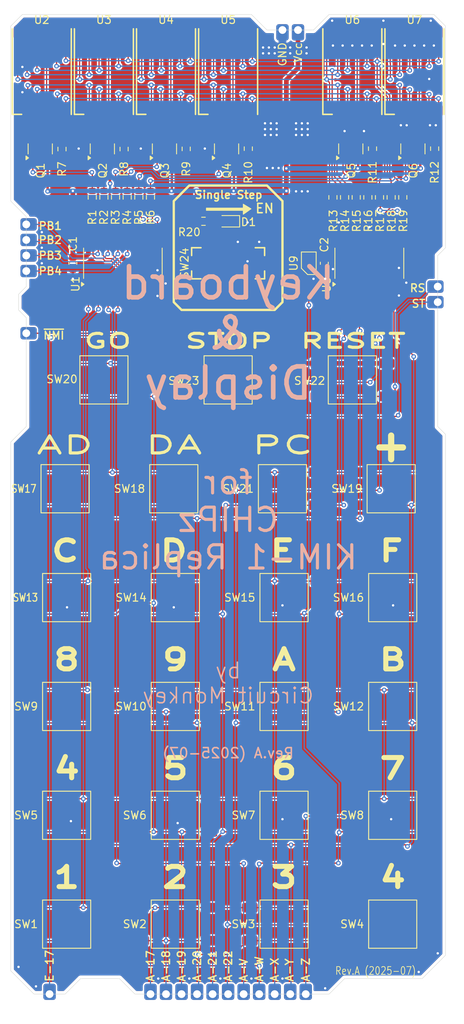
<source format=kicad_pcb>
(kicad_pcb (version 20241229) (generator "pcbnew") (generator_version "9.0")
  (title_block (title "Keyboard & Display for KIM-1 Replica") (date "2025-07-23") (rev "A") (company "Circuit Monkey"))
  (layers (0 "F.Cu" signal) (2 "B.Cu" signal) (13 "F.Paste" user) (15 "B.Paste" user) (5 "F.SilkS" user "F.Silkscreen") (7 "B.SilkS" user "B.Silkscreen") (1 "F.Mask" user) (3 "B.Mask" user) (25 "Edge.Cuts" user))
  (net 0 "")
  (net 1 "VCC")
  (net 2 "GND")
  (net 3 "Net-(U1-P3)")
  (net 4 "Net-(U1-P2)")
  (net 5 "Net-(U1-P1)")
  (net 6 "Net-(U1-P0)")
  (net 7 "/ROW0")
  (net 8 "/ROW1")
  (net 9 "/ROW2")
  (net 10 "/COL_G")
  (net 11 "/COL_F")
  (net 12 "/COL_E")
  (net 13 "/COL_D")
  (net 14 "/COL_C")
  (net 15 "/COL_B")
  (net 16 "/COL_A")
  (net 17 "/ROW3")
  (net 18 "/E-17")
  (net 19 "/~{NMI}")
  (net 20 "/RS")
  (net 21 "/ST")
  (net 22 "Net-(Q1-C)")
  (net 23 "Net-(Q1-B)")
  (net 24 "Net-(Q2-C)")
  (net 25 "Net-(Q2-B)")
  (net 26 "Net-(Q3-C)")
  (net 27 "Net-(Q3-B)")
  (net 28 "Net-(Q4-C)")
  (net 29 "Net-(Q4-B)")
  (net 30 "Net-(Q5-B)")
  (net 31 "Net-(Q5-C)")
  (net 32 "Net-(Q6-B)")
  (net 33 "Net-(Q6-C)")
  (net 34 "Net-(U1-Q4)")
  (net 35 "Net-(U1-Q5)")
  (net 36 "Net-(U1-Q6)")
  (net 37 "Net-(U1-Q7)")
  (net 38 "Net-(U2-G)")
  (net 39 "Net-(U2-F)")
  (net 40 "Net-(U2-E)")
  (net 41 "Net-(U2-D)")
  (net 42 "Net-(U2-C)")
  (net 43 "Net-(U1-Q8)")
  (net 44 "Net-(U2-B)")
  (net 45 "Net-(R15-Pad2)")
  (net 46 "Net-(U2-A)")
  (net 47 "Net-(R17-Pad2)")
  (net 48 "Net-(U1-Q9)")
  (net 49 "Net-(U2-DP1)")
  (net 50 "Net-(U2-DP2)")
  (net 51 "Net-(R14-Pad2)")
  (net 52 "Net-(R16-Pad2)")
  (net 53 "Net-(R18-Pad2)")
  (net 54 "Net-(R19-Pad2)")
  (net 55 "Net-(D1-A)")
  (net 56 "Net-(D1-K)")
  (net 59 "Net-(R13-Pad2)")
  (footprint "CM_Connector_Castelated:cast-2.0-01P" (layer "F.Cu") (at 150 163 -90)
    (property "Reference" "CST17" (hide yes))
    (property "Value" "A-22")
  )
  (footprint "Resistor_SMD:R_0603_1608Metric" (layer "F.Cu") (at 144.6 54.2875 90)
    (property "Reference" "R9")
    (property "Value" "100K")
  )
  (footprint "CM_Display_Character:Avago-HDSM-281x-283x-SevenSeg" (layer "F.Cu") (at 166 44.35)
    (property "Reference" "U6")
    (property "Value" "BLUE")
  )
  (footprint "CM_Switches:Tactile_CK_KSC_6x6_Gullwing" (layer "F.Cu") (at 129 98)
    (property "Reference" "SW17")
    (property "Value" "BTN_AD")
  )
  (footprint "CM_Connector_Castelated:cast-2.0-01P" (layer "F.Cu") (at 146 163 -90)
    (property "Reference" "CST16" (hide yes))
    (property "Value" "A-20")
  )
  (footprint "Resistor_SMD:R_0603_1608Metric" (layer "F.Cu") (at 132.5 60.525 90)
    (property "Reference" "R1")
    (property "Value" "470")
  )
  (footprint "CM_Switches:Tactile_CK_KSC_6x6_Gullwing" (layer "F.Cu") (at 143 98)
    (property "Reference" "SW18")
    (property "Value" "BTN_DA")
  )
  (footprint "CM_Switches:Tactile_CK_KSC_6x6_Gullwing" (layer "F.Cu") (at 129.2 112)
    (property "Reference" "SW13")
    (property "Value" "BTN_C")
  )
  (footprint "CM_Switches:Tactile_CK_KSC_6x6_Gullwing" (layer "F.Cu") (at 171.2 112)
    (property "Reference" "SW16")
    (property "Value" "BTN_F")
  )
  (footprint "Package_TO_SOT_SMD:SOT-23" (layer "F.Cu") (at 165.8 54.2875 90)
    (property "Reference" "Q5")
    (property "Value" "MMBT3906")
  )
  (footprint "Package_TO_SOT_SMD:SOT-23" (layer "F.Cu") (at 125.8 54.2875 90)
    (property "Reference" "Q1")
    (property "Value" "MMBT3906")
  )
  (footprint "Resistor_SMD:R_0603_1608Metric" (layer "F.Cu") (at 137 60.525 90)
    (property "Reference" "R4")
    (property "Value" "470")
  )
  (footprint "CM_Connector_Castelated:cast-2.0-01P" (layer "F.Cu") (at 160 163 -90)
    (property "Reference" "CST12" (hide yes))
    (property "Value" "A-Z")
  )
  (footprint "CM_Connector_Castelated:cast-2.0-01P" (layer "F.Cu") (at 124 78 180)
    (property "Reference" "CST6" (hide yes))
    (property "Value" "~{NMI}")
  )
  (footprint "CM_Connector_Castelated:cast-2.0-01P" (layer "F.Cu") (at 124 66 180)
    (property "Reference" "CST3" (hide yes))
    (property "Value" "PB2")
  )
  (footprint "Resistor_SMD:R_0603_1608Metric" (layer "F.Cu") (at 128.6 54.3125 90)
    (property "Reference" "R7")
    (property "Value" "100K")
  )
  (footprint "CM_Connector_Castelated:cast-2.0-01P" (layer "F.Cu") (at 142 163 -90)
    (property "Reference" "CST15" (hide yes))
    (property "Value" "A-18")
  )
  (footprint "CM_Connector_Castelated:cast-2.0-01P" (layer "F.Cu") (at 144 163 -90)
    (property "Reference" "CST19" (hide yes))
    (property "Value" "A-19")
  )
  (footprint "CM_Connector_Castelated:cast-2.0-01P" (layer "F.Cu") (at 157 39 90)
    (property "Reference" "CST10" (hide yes))
    (property "Value" "GND")
  )
  (footprint "Resistor_SMD:R_0603_1608Metric" (layer "F.Cu") (at 152.6 54.2625 90)
    (property "Reference" "R10")
    (property "Value" "100K")
  )
  (footprint "Resistor_SMD:R_0603_1608Metric" (layer "F.Cu") (at 138.5 60.525 90)
    (property "Reference" "R5")
    (property "Value" "470")
  )
  (footprint "Resistor_SMD:R_0603_1608Metric" (layer "F.Cu") (at 134 60.525 90)
    (property "Reference" "R2")
    (property "Value" "470")
  )
  (footprint "Resistor_SMD:R_0603_1608Metric" (layer "F.Cu") (at 168.6 54.2625 90)
    (property "Reference" "R11")
    (property "Value" "100K")
  )
  (footprint "Resistor_SMD:R_0603_1608Metric" (layer "F.Cu") (at 172.5 60.525 -90)
    (property "Reference" "R19")
    (property "Value" "100")
  )
  (footprint "CM_Switches:Tactile_CK_KSC_6x6_Gullwing" (layer "F.Cu") (at 129.2 140)
    (property "Reference" "SW5")
    (property "Value" "BTN_4")
  )
  (footprint "Package_TO_SOT_SMD:SOT-23" (layer "F.Cu") (at 141.8 54.2875 90)
    (property "Reference" "Q3")
    (property "Value" "MMBT3906")
  )
  (footprint "Resistor_SMD:R_0603_1608Metric" (layer "F.Cu") (at 136.6 54.3125 90)
    (property "Reference" "R8")
    (property "Value" "100K")
  )
  (footprint "Resistor_SMD:R_0603_1608Metric" (layer "F.Cu") (at 165 60.525 -90)
    (property "Reference" "R14")
    (property "Value" "100")
  )
  (footprint "Resistor_SMD:R_0603_1608Metric" (layer "F.Cu") (at 135.5 60.525 90)
    (property "Reference" "R3")
    (property "Value" "470")
  )
  (footprint "CM_Connector_Castelated:cast-2.0-01P" (layer "F.Cu") (at 177 72)
    (property "Reference" "CST7" (hide yes))
    (property "Value" "RS")
  )
  (footprint "CM_Connector_Castelated:cast-2.0-01P" (layer "F.Cu") (at 177 74)
    (property "Reference" "CST8" (hide yes))
    (property "Value" "ST")
  )
  (footprint "CM_Switches:Tactile_CK_KSC_6x6_Gullwing" (layer "F.Cu") (at 157.2 140)
    (property "Reference" "SW7")
    (property "Value" "BTN_7")
  )
  (footprint "CM_Display_Character:Avago-HDSM-281x-283x-SevenSeg" (layer "F.Cu") (at 126 44.35)
    (property "Reference" "U2")
    (property "Value" "Color")
  )
  (footprint "CM_Connector_Castelated:cast-2.0-01P" (layer "F.Cu") (at 124 70 180)
    (property "Reference" "CST1" (hide yes))
    (property "Value" "PB4")
  )
  (footprint "CM_Switches:Tactile_CK_KSC_6x6_Gullwing" (layer "F.Cu") (at 171.2 140)
    (property "Reference" "SW8")
    (property "Value" "BTN_7")
  )
  (footprint "CM_Connector_Castelated:cast-2.0-01P" (layer "F.Cu") (at 124 68 180)
    (property "Reference" "CST2" (hide yes))
    (property "Value" "PB3")
  )
  (footprint "CM_Switches:Tactile_CK_KSC_6x6_Gullwing" (layer "F.Cu") (at 143.2 112)
    (property "Reference" "SW14")
    (property "Value" "BTN_D")
  )
  (footprint "Resistor_SMD:R_0603_1608Metric" (layer "F.Cu") (at 171 60.525 -90)
    (property "Reference" "R18")
    (property "Value" "100")
  )
  (footprint "CM_Switches:Tactile_CK_KSC_6x6_Gullwing" (layer "F.Cu") (at 171.2 126)
    (property "Reference" "SW12")
    (property "Value" "BTN_B")
  )
  (footprint "CM_Connector_Castelated:cast-2.0-01P" (layer "F.Cu") (at 159 39 90)
    (property "Reference" "CST9" (hide yes))
    (property "Value" "Vcc")
  )
  (footprint "Resistor_SMD:R_0603_1608Metric" (layer "F.Cu") (at 146.825 63.6)
    (property "Reference" "R20")
    (property "Value" "100")
  )
  (footprint "CM_Display_Character:Avago-HDSM-281x-283x-SevenSeg" (layer "F.Cu") (at 174 44.35)
    (property "Reference" "U7")
    (property "Value" "BLUE")
  )
  (footprint "Resistor_SMD:R_0603_1608Metric" (layer "F.Cu") (at 140 60.525 90)
    (property "Reference" "R6")
    (property "Value" "470")
  )
  (footprint "Resistor_SMD:R_0603_1608Metric" (layer "F.Cu") (at 168 60.525 -90)
    (property "Reference" "R16")
    (property "Value" "100")
  )
  (footprint "CM_Chip_Packages:SOT-553" (layer "F.Cu") (at 160.39 69)
    (property "Reference" "U9")
    (property "Value" "74LVC1G06")
  )
  (footprint "CM_Connector_Castelated:cast-2.0-01P" (layer "F.Cu") (at 140 163 -90)
    (property "Reference" "CST11" (hide yes))
    (property "Value" "A-17")
  )
  (footprint "CM_Connector_Castelated:cast-2.0-01P" (layer "F.Cu") (at 124 64.2 180)
    (property "Reference" "CST4" (hide yes))
    (property "Value" "PB1")
  )
  (footprint "CM_Switches:Tactile_CK_KSC_6x6_Gullwing" (layer "F.Cu") (at 171.2 154)
    (property "Reference" "SW4")
    (property "Value" "Tayda-A3959")
  )
  (footprint "CM_Switches:Tactile_CK_KSC_6x6_Gullwing" (layer "F.Cu") (at 129.2 126)
    (property "Reference" "SW9")
    (property "Value" "BTN_8")
  )
  (footprint "CM_Switches:CK_JS202011SC_SLIDE_DPDT_SMT_9x3.6" (layer "F.Cu") (at 150 69)
    (property "Reference" "SW24")
    (property "Value" "Single-Step")
  )
  (footprint "Package_SO:SOIC-14_3.9x8.7mm_P1.27mm" (layer "F.Cu") (at 168.19 69 90)
    (property "Reference" "U8")
    (property "Value" "74LVC06")
  )
  (footprint "CM_Connector_Castelated:cast-2.0-01P" (layer "F.Cu") (at 158 163 -90)
    (property "Reference" "CST18" (hide yes))
    (property "Value" "A-Y")
  )
  (footprint "CM_Connector_Castelated:cast-2.0-01P" (layer "F.Cu") (at 148 163 -90)
    (property "Reference" "CST20" (hide yes))
    (property "Value" "A-21")
  )
  (footprint "CM_Switches:Tactile_CK_KSC_6x6_Gullwing" (layer "F.Cu") (at 143.2 126)
    (property "Reference" "SW10")
    (property "Value" "BTN_9")
  )
  (footprint "CM_Switches:Tactile_CK_KSC_6x6_Gullwing" (layer "F.Cu") (at 157.2 154)
    (property "Reference" "SW3")
    (property "Value" "BTN_3")
  )
  (footprint "CM_Connector_Castelated:cast-2.0-01P" (layer "F.Cu") (at 154 163 -90)
    (property "Reference" "CST14" (hide yes))
    (property "Value" "A-W")
  )
  (footprint "LED_SMD:LED_0603_1608Metric" (layer "F.Cu") (at 150 63.6 180)
    (property "Reference" "D1")
    (property "Value" "BLUE")
  )
  (footprint "Package_SO:SO-16_3.9x9.9mm_P1.27mm" (layer "F.Cu") (at 136.445 69 90)
    (property "Reference" "U1")
    (property "Value" "74HC42")
  )
  (footprint "Package_TO_SOT_SMD:SOT-23" (layer "F.Cu") (at 149.8 54.2875 90)
    (property "Reference" "Q4")
    (property "Value" "MMBT3906")
  )
  (footprint "CM_Switches:Tactile_CK_KSC_6x6_Gullwing" (layer "F.Cu") (at 171 98)
    (property "Reference" "SW19")
    (property "Value" "BTN_PLUS")
  )
  (footprint "Resistor_SMD:R_0603_1608Metric" (layer "F.Cu") (at 176.6 54.2625 90)
    (property "Reference" "R12")
    (property "Value" "100K")
  )
  (footprint "CM_Switches:Tactile_CK_KSC_6x6_Gullwing" (layer "F.Cu") (at 150 84)
    (property "Reference" "SW23")
    (property "Value" "BTN_ST")
  )
  (footprint "CM_Display_Character:Avago-HDSM-281x-283x-SevenSeg" (layer "F.Cu") (at 150 44.35)
    (property "Reference" "U5")
    (property "Value" "BLUE")
  )
  (footprint "CM_Connector_Castelated:cast-2.0-01P" (layer "F.Cu") (at 127 163 -90)
    (property "Reference" "CST5" (hide yes))
    (property "Value" "E-17")
  )
  (footprint "CM_Switches:Tactile_CK_KSC_6x6_Gullwing" (layer "F.Cu") (at 129.2 154)
    (property "Reference" "SW1")
    (property "Value" "BTN_0")
  )
  (footprint "Package_TO_SOT_SMD:SOT-23" (layer "F.Cu") (at 173.8 54.2875 90)
    (property "Reference" "Q6")
    (property "Value" "MMBT3906")
  )
  (footprint "CM_Switches:Tactile_CK_KSC_6x6_Gullwing" (layer "F.Cu") (at 157 98)
    (property "Reference" "SW21")
    (property "Value" "BTN_PC")
  )
  (footprint "Package_TO_SOT_SMD:SOT-23" (layer "F.Cu") (at 133.8 54.2875 90)
    (property "Reference" "Q2")
    (property "Value" "MMBT3906")
  )
  (footprint "Capacitor_SMD:C_0603_1608Metric" (layer "F.Cu") (at 130 69 -90)
    (property "Reference" "C1")
    (property "Value" "0.1uF")
  )
  (footprint "CM_Display_Character:Avago-HDSM-281x-283x-SevenSeg" (layer "F.Cu") (at 142 44.35)
    (property "Reference" "U4")
    (property "Value" "BLUE")
  )
  (footprint "Capacitor_SMD:C_0603_1608Metric" (layer "F.Cu") (at 162.39 69 -90)
    (property "Reference" "C2")
    (property "Value" "0.1uF")
  )
  (footprint "CM_Connector_Castelated:cast-2.0-01P" (layer "F.Cu") (at 152 163 -90)
    (property "Reference" "CST21" (hide yes))
    (property "Value" "A-V")
  )
  (footprint "CM_Display_Character:Avago-HDSM-281x-283x-SevenSeg" (layer "F.Cu") (at 134 44.35)
    (property "Reference" "U3")
    (property "Value" "BLUE")
  )
  (footprint "Resistor_SMD:R_0603_1608Metric" (layer "F.Cu") (at 169.5 60.525 -90)
    (property "Reference" "R17")
    (property "Value" "100")
  )
  (footprint "CM_Switches:Tactile_CK_KSC_6x6_Gullwing" (layer "F.Cu") (at 166 84)
    (property "Reference" "SW22")
    (property "Value" "BTN_RS")
  )
  (footprint "CM_Switches:Tactile_CK_KSC_6x6_Gullwing" (layer "F.Cu") (at 134 84)
    (property "Reference" "SW20")
    (property "Value" "BTN_GO")
  )
  (footprint "CM_Connector_Castelated:cast-2.0-01P" (layer "F.Cu") (at 156 163 -90)
    (property "Reference" "CST13" (hide yes))
    (property "Value" "A-X")
  )
  (footprint "CM_Switches:Tactile_CK_KSC_6x6_Gullwing" (layer "F.Cu") (at 143.2 140)
    (property "Reference" "SW6")
    (property "Value" "BTN_5")
  )
  (footprint "CM_Switches:Tactile_CK_KSC_6x6_Gullwing" (layer "F.Cu") (at 157.2 112)
    (property "Reference" "SW15")
    (property "Value" "BTN_E")
  )
  (footprint "CM_Switches:Tactile_CK_KSC_6x6_Gullwing" (layer "F.Cu") (at 143.2 154)
    (property "Reference" "SW2")
    (property "Value" "BTN_1")
  )
  (footprint "Resistor_SMD:R_0603_1608Metric" (layer "F.Cu") (at 163.5 60.525 -90)
    (property "Reference" "R13")
    (property "Value" "100")
  )
  (footprint "CM_Switches:Tactile_CK_KSC_6x6_Gullwing" (layer "F.Cu") (at 157.2 126)
    (property "Reference" "SW11")
    (property "Value" "BTN_A")
  )
  (footprint "Resistor_SMD:R_0603_1608Metric" (layer "F.Cu") (at 166.5 60.525 -90)
    (property "Reference" "R15")
    (property "Value" "100")
  )
  (gr_poly (pts (xy 143 74) (xy 143 61) (xy 145 59) (xy 155 59) (xy 157 61) (xy 157 74) (xy 156 75) (xy 144 75)) (stroke (width 0.3)) (fill no) (layer "F.SilkS"))
  (gr_poly (pts (xy 152.95 62) (xy 151.95 61.4) (xy 151.95 61.9) (xy 147.2 61.9) (xy 147.2 62.2) (xy 151.95 62.2) (xy 151.95 62.7)) (stroke (width 0.1)) (fill yes) (layer "F.SilkS"))
  (gr_poly (pts (xy 122 61) (xy 124 63) (xy 124 72) (xy 123 73) (xy 123 75) (xy 124 76) (xy 124 90) (xy 122 92) (xy 122 160) (xy 125 163) (xy 129 163) (xy 131 161) (xy 136 161) (xy 138 163) (xy 163 163) (xy 165 161) (xy 175 161) (xy 178 158) (xy 178 91) (xy 177 90) (xy 177 68) (xy 178 67) (xy 178 38.5) (xy 176.5 37) (xy 163 37) (xy 161 39) (xy 155 39) (xy 153 37) (xy 123.5 37) (xy 122 38.5)) (stroke (width 0.05)) (fill no) (layer "Edge.Cuts"))
  (gr_text "9" (at 143.2 120 0) (layer "F.SilkS") (effects (font (size 2.6 3.4) (thickness 0.8) (bold yes))))
  (gr_text "F" (at 171 106 0) (layer "F.SilkS") (effects (font (size 2.6 3.4) (thickness 0.8) (bold yes))))
  (gr_text "4" (at 129.2 134 0) (layer "F.SilkS") (effects (font (size 2.6 3.4) (thickness 0.8) (bold yes))))
  (gr_text "6" (at 157.2 134 0) (layer "F.SilkS") (effects (font (size 2.6 3.4) (thickness 0.8) (bold yes))))
  (gr_text "EN" (at 153.4 61.95 0) (layer "F.SilkS") (effects (font (size 1.2 1.2) (thickness 0.2) (bold yes)) (justify left)))
  (gr_text "C" (at 129 106 0) (layer "F.SilkS") (effects (font (size 2.6 3.4) (thickness 0.8) (bold yes))))
  (gr_text "DA" (at 143 92.4 0) (layer "F.SilkS") (effects (font (size 2.2 4) (thickness 0.4) (bold yes))))
  (gr_text "5" (at 143.2 134 0) (layer "F.SilkS") (effects (font (size 2.6 3.4) (thickness 0.8) (bold yes))))
  (gr_text "AD" (at 129 92.4 0) (layer "F.SilkS") (effects (font (size 2.2 4) (thickness 0.4) (bold yes))))
  (gr_text "Rev.A (2025-07)" (at 169 160 0) (layer "F.SilkS") (effects (font (size 1 0.8) (thickness 0.1))))
  (gr_text "1" (at 129.2 148 0) (layer "F.SilkS") (effects (font (size 2.6 3.4) (thickness 0.8) (bold yes))))
  (gr_text "3" (at 157.2 148 0) (layer "F.SilkS") (effects (font (size 2.6 3.4) (thickness 0.8) (bold yes))))
  (gr_text "E" (at 157 106 0) (layer "F.SilkS") (effects (font (size 2.6 3.4) (thickness 0.8) (bold yes))))
  (gr_text "A" (at 157.2 120 0) (layer "F.SilkS") (effects (font (size 2.6 3.4) (thickness 0.8) (bold yes))))
  (gr_text "8" (at 129.2 120 0) (layer "F.SilkS") (effects (font (size 2.6 3.4) (thickness 0.8) (bold yes))))
  (gr_text "D" (at 143 106 0) (layer "F.SilkS") (effects (font (size 2.6 3.4) (thickness 0.8) (bold yes))))
  (gr_text "4" (at 171.2 148 0) (layer "F.SilkS") (effects (font (size 2.6 3.4) (thickness 0.8) (bold yes))))
  (gr_text "PC" (at 157 92.4 0) (layer "F.SilkS") (effects (font (size 2.2 4) (thickness 0.4) (bold yes))))
  (gr_text "RESET" (at 166.1 79 0) (layer "F.SilkS") (effects (font (size 1.8 3) (thickness 0.4) (bold yes))))
  (gr_text "Single Step" (at 145.6 60.2 0) (layer "F.SilkS") (effects (font (size 1 1) (thickness 0.2) (bold yes)) (justify left)))
  (gr_text "GO" (at 134.5 79 0) (layer "F.SilkS") (effects (font (size 1.8 3) (thickness 0.4) (bold yes))))
  (gr_text "STOP" (at 150.1 79 0) (layer "F.SilkS") (effects (font (size 1.8 3) (thickness 0.4) (bold yes))))
  (gr_text "2" (at 143.2 148 0) (layer "F.SilkS") (effects (font (size 2.6 3.4) (thickness 0.8) (bold yes))))
  (gr_text "+" (at 171 92.4 0) (layer "F.SilkS") (effects (font (size 4 4) (thickness 0.8) (bold yes))))
  (gr_text "7" (at 171.2 134 0) (layer "F.SilkS") (effects (font (size 2.6 3.4) (thickness 0.8) (bold yes))))
  (gr_text "B" (at 171.2 120 0) (layer "F.SilkS") (effects (font (size 2.6 3.4) (thickness 0.8) (bold yes))))
  (gr_text "by\nCircuit Monkey" (at 150 123 0) (layer "B.SilkS") (effects (font (size 2 2) (thickness 0.2)) (justify mirror)))
  (gr_text "for\nCHIPz\nKIM-1 Replica" (at 150 102 0) (layer "B.SilkS") (effects (font (size 3 3) (thickness 0.4)) (justify mirror)))
  (gr_text "Keyboard\n&\nDisplay" (at 150 78 0) (layer "B.SilkS") (effects (font (size 4 4) (thickness 0.6)) (justify mirror)))
  (gr_text "Rev.A (2025-07)" (at 150 132 0) (layer "B.SilkS") (effects (font (size 1.3 1.3) (thickness 0.2)) (justify mirror)))
  (segment (start 157.5 81.875) (end 154.4 81.875) (width 0.6) (layer "F.Cu") (net 1))
  (segment (start 145.9 59.7) (end 146 59.8) (width 0.6) (layer "F.Cu") (net 1))
  (segment (start 157.5 56.8) (end 157.5 56.7) (width 0.6) (layer "F.Cu") (net 1))
  (segment (start 174.8875 55.0875) (end 174.75 55.225) (width 0.2) (layer "F.Cu") (net 1))
  (segment (start 142.75 55.225) (end 142.75 59.65) (width 0.3) (layer "F.Cu") (net 1))
  (segment (start 142.8625 55.1125) (end 142.75 55.225) (width 0.3) (layer "F.Cu") (net 1))
  (segment (start 144.6 55.1125) (end 142.8625 55.1125) (width 0.3) (layer "F.Cu") (net 1))
  (segment (start 131.575 68.225) (end 132 67.8) (width 0.6) (layer "F.Cu") (net 1))
  (segment (start 170.4 81.875) (end 161.6 81.875) (width 0.6) (layer "F.Cu") (net 1))
  (segment (start 142.75 59.65) (end 142.7 59.7) (width 0.3) (layer "F.Cu") (net 1))
  (segment (start 159 43.9) (end 159 39.801) (width 0.6) (layer "F.Cu") (net 1))
  (segment (start 126.75 55.225) (end 126.75 59.75) (width 0.3) (layer "F.Cu") (net 1))
  (segment (start 130 68.225) (end 131.575 68.225) (width 0.6) (layer "F.Cu") (net 1))
  (segment (start 174.75 56.75) (end 174.8 56.8) (width 0.3) (layer "F.Cu") (net 1))
  (segment (start 159.89 68.15) (end 159.89 68.91) (width 0.16) (layer "F.Cu") (net 1))
  (segment (start 136.6 55.1375) (end 134.8375 55.1375) (width 0.3) (layer "F.Cu") (net 1))
  (segment (start 159.89 68.91) (end 159.8 69) (width 0.16) (layer "F.Cu") (net 1))
  (segment (start 134.8 58.4) (end 134.75 58.35) (width 0.3) (layer "F.Cu") (net 1))
  (segment (start 166.75 55.225) (end 166.75 56.75) (width 0.3) (layer "F.Cu") (net 1))
  (segment (start 159.8 69) (end 157.5 69) (width 0.6) (layer "F.Cu") (net 1))
  (segment (start 168.6 55.0875) (end 166.8875 55.0875) (width 0.2) (layer "F.Cu") (net 1))
  (segment (start 157.5 56.8) (end 157.5 45.4) (width 0.6) (layer "F.Cu") (net 1))
  (segment (start 130 68.225) (end 130 59.7) (width 0.6) (layer "F.Cu") (net 1))
  (segment (start 157.5 81.875) (end 157.5 69) (width 0.6) (layer "F.Cu") (net 1))
  (segment (start 176.6 55.0875) (end 174.8875 55.0875) (width 0.2) (layer "F.Cu") (net 1))
  (segment (start 150.75 59.65) (end 150.7 59.7) (width 0.3) (layer "F.Cu") (net 1))
  (segment (start 163.775 68.225) (end 162.39 68.225) (width 0.6) (layer "F.Cu") (net 1))
  (segment (start 134.8 58.75) (end 134.8 58.4) (width 0.3) (layer "F.Cu") (net 1))
  (segment (start 150.75 55.225) (end 150.75 59.65) (width 0.3) (layer "F.Cu") (net 1))
  (segment (start 146 59.8) (end 146 63.6) (width 0.6) (layer "F.Cu") (net 1))
  (segment (start 126.8375 55.1375) (end 126.75 55.225) (width 0.3) (layer "F.Cu") (net 1))
  (segment (start 174.75 55.225) (end 174.75 56.75) (width 0.3) (layer "F.Cu") (net 1))
  (segment (start 134.8375 55.1375) (end 134.75 55.225) (width 0.3) (layer "F.Cu") (net 1))
  (segment (start 161.6 81.875) (end 157.5 81.875) (width 0.6) (layer "F.Cu") (net 1))
  (segment (start 134.75 58.35) (end 134.75 55.225) (width 0.3) (layer "F.Cu") (net 1))
  (segment (start 145.6 81.875) (end 154.4 81.875) (width 0.6) (layer "F.Cu") (net 1))
  (segment (start 162.39 68.225) (end 161.615 69) (width 0.6) (layer "F.Cu") (net 1))
  (segment (start 128.6 55.1375) (end 126.8375 55.1375) (width 0.3) (layer "F.Cu") (net 1))
  (segment (start 161.615 69) (end 159.8 69) (width 0.6) (layer "F.Cu") (net 1))
  (segment (start 157.5 45.4) (end 159 43.9) (width 0.6) (layer "F.Cu") (net 1))
  (segment (start 157.5 69) (end 157.5 56.8) (width 0.6) (layer "F.Cu") (net 1))
  (segment (start 152.6 55.0875) (end 150.8875 55.0875) (width 0.3) (layer "F.Cu") (net 1))
  (segment (start 132 67.8) (end 132 66.425) (width 0.6) (layer "F.Cu") (net 1))
  (segment (start 164.38 66.525) (end 164.38 67.62) (width 0.6) (layer "F.Cu") (net 1))
  (segment (start 164.38 67.62) (end 163.775 68.225) (width 0.6) (layer "F.Cu") (net 1))
  (segment (start 166.75 56.75) (end 166.7 56.8) (width 0.3) (layer "F.Cu") (net 1))
  (segment (start 150.8875 55.0875) (end 150.75 55.225) (width 0.3) (layer "F.Cu") (net 1))
  (segment (start 166.8875 55.0875) (end 166.75 55.225) (width 0.2) (layer "F.Cu") (net 1))
  (via (at 145.9 59.7) (size 0.6) (drill 0.3) (layers "F.Cu" "B.Cu") (net 1))
  (via (at 134.8 58.75) (size 0.6) (drill 0.3) (layers "F.Cu" "B.Cu") (net 1))
  (via (at 166.7 56.8) (size 0.6) (drill 0.3) (layers "F.Cu" "B.Cu") (net 1))
  (via (at 157.5 59.7) (size 0.6) (drill 0.3) (layers "F.Cu" "B.Cu") (net 1))
  (via (at 157.5 56.8) (size 0.6) (drill 0.3) (layers "F.Cu" "B.Cu") (net 1))
  (via (at 142.7 59.7) (size 0.6) (drill 0.3) (layers "F.Cu" "B.Cu") (net 1))
  (via (at 174.8 56.8) (size 0.6) (drill 0.3) (layers "F.Cu" "B.Cu") (net 1))
  (via (at 126.75 59.75) (size 0.6) (drill 0.3) (layers "F.Cu" "B.Cu") (net 1))
  (via (at 130 59.7) (size 0.6) (drill 0.3) (layers "F.Cu" "B.Cu") (net 1))
  (via (at 150.7 59.7) (size 0.6) (drill 0.3) (layers "F.Cu" "B.Cu") (net 1))
  (segment (start 145.9 59.7) (end 150.7 59.7) (width 0.6) (layer "B.Cu") (net 1))
  (segment (start 126.75 59.75) (end 126.8 59.7) (width 0.6) (layer "B.Cu") (net 1))
  (segment (start 136.3 59.7) (end 142.7 59.7) (width 0.6) (layer "B.Cu") (net 1))
  (segment (start 142.7 59.7) (end 145.9 59.7) (width 0.6) (layer "B.Cu") (net 1))
  (segment (start 130 59.7) (end 134.8 59.7) (width 0.6) (layer "B.Cu") (net 1))
  (segment (start 134.8 58.75) (end 134.8 59.7) (width 0.3) (layer "B.Cu") (net 1))
  (segment (start 157.5 56.8) (end 166.7 56.8) (width 0.6) (layer "B.Cu") (net 1))
  (segment (start 126.8 59.7) (end 130 59.7) (width 0.6) (layer "B.Cu") (net 1))
  (segment (start 150.7 59.7) (end 157.5 59.7) (width 0.6) (layer "B.Cu") (net 1))
  (segment (start 166.7 56.8) (end 174.8 56.8) (width 0.6) (layer "B.Cu") (net 1))
  (segment (start 134.8 59.7) (end 136.3 59.7) (width 0.6) (layer "B.Cu") (net 1))
  (via (at 156.5 56.75) (size 0.6) (drill 0.3) (layers "F.Cu" "B.Cu") (net 2))
  (via (at 176.75 51.25) (size 0.6) (drill 0.3) (layers "F.Cu" "B.Cu") (net 2))
  (via (at 157 161) (size 0.6) (drill 0.3) (layers "F.Cu" "B.Cu") (net 2))
  (via (at 149 161) (size 0.6) (drill 0.3) (layers "F.Cu" "B.Cu") (net 2))
  (via (at 160.25 59.75) (size 0.6) (drill 0.3) (layers "F.Cu" "B.Cu") (net 2))
  (via (at 162.5 71) (size 0.6) (drill 0.3) (layers "F.Cu" "B.Cu") (net 2))
  (via (at 123.5 47) (size 0.6) (drill 0.3) (layers "F.Cu" "B.Cu") (net 2))
  (via (at 143 113.25) (size 0.6) (drill 0.3) (layers "F.Cu" "B.Cu") (net 2))
  (via (at 155.5 52.5) (size 0.6) (drill 0.3) (layers "F.Cu" "B.Cu") (net 2))
  (via (at 168.2 64.35) (size 0.6) (drill 0.3) (layers "F.Cu" "B.Cu") (net 2))
  (via (at 170 40.8) (size 0.6) (drill 0.3) (layers "F.Cu" "B.Cu") (net 2))
  (via (at 163.5 69.75) (size 0.6) (drill 0.3) (layers "F.Cu" "B.Cu") (net 2))
  (via (at 130.75 54.25) (size 0.6) (drill 0.3) (layers "F.Cu" "B.Cu") (net 2))
  (via (at 173 51.25) (size 0.6) (drill 0.3) (layers "F.Cu" "B.Cu") (net 2))
  (via (at 175.9 45.3) (size 0.6) (drill 0.3) (layers "F.Cu" "B.Cu") (net 2))
  (via (at 138.75 54.25) (size 0.6) (drill 0.3) (layers "F.Cu" "B.Cu") (net 2))
  (via (at 125.25 162) (size 0.6) (drill 0.3) (layers "F.Cu" "B.Cu") (net 2))
  (via (at 159.5 51.75) (size 0.6) (drill 0.3) (layers "F.Cu" "B.Cu") (net 2))
  (via (at 160.1 41.25) (size 0.6) (drill 0.3) (layers "F.Cu" "B.Cu") (net 2))
  (via (at 172.95 71.5) (size 0.6) (drill 0.3) (layers "F.Cu" "B.Cu") (net 2))
  (via (at 154.5 42) (size 0.6) (drill 0.3) (layers "F.Cu" "B.Cu") (net 2))
  (via (at 161 71) (size 0.6) (drill 0.3) (layers "F.Cu" "B.Cu") (net 2))
  (via (at 158.75 51.75) (size 0.6) (drill 0.3) (layers "F.Cu" "B.Cu") (net 2))
  (via (at 156 41.25) (size 0.6) (drill 0.3) (layers "F.Cu" "B.Cu") (net 2))
  (via (at 141.95 71.6) (size 0.6) (drill 0.3) (layers "F.Cu" "B.Cu") (net 2))
  (via (at 158 42) (size 0.6) (drill 0.3) (layers "F.Cu" "B.Cu") (net 2))
  (via (at 163.4 37.8) (size 0.6) (drill 0.3) (layers "F.Cu" "B.Cu") (net 2))
  (via (at 167.25 41) (size 0.6) (drill 0.3) (layers "F.Cu" "B.Cu") (net 2))
  (via (at 156.25 52.5) (size 0.6) (drill 0.3) (layers "F.Cu" "B.Cu") (net 2))
  (via (at 160.1 42) (size 0.6) (drill 0.3) (layers "F.Cu" "B.Cu") (net 2))
  (via (at 177 157.75) (size 0.6) (drill 0.3) (layers "F.Cu" "B.Cu") (net 2))
  (via (at 140.9 69.9) (size 0.6) (drill 0.3) (layers "F.Cu" "B.Cu") (net 2))
  (via (at 123.5 43.75) (size 0.6) (drill 0.3) (layers "F.Cu" "B.Cu") (net 2))
  (via (at 160.25 51) (size 0.6) (drill 0.3) (layers "F.Cu" "B.Cu") (net 2))
  (via (at 147 54.25) (size 0.6) (drill 0.3) (layers "F.Cu" "B.Cu") (net 2))
  (via (at 129.75 140.75) (size 0.6) (drill 0.3) (layers "F.Cu" "B.Cu") (net 2))
  (via (at 126 67) (size 0.6) (drill 0.3) (layers "F.Cu" "B.Cu") (net 2))
  (via (at 166 41) (size 0.6) (drill 0.3) (layers "F.Cu" "B.Cu") (net 2))
  (via (at 172.25 51.25) (size 0.6) (drill 0.3) (layers "F.Cu" "B.Cu") (net 2))
  (via (at 154.75 51.75) (size 0.6) (drill 0.3) (layers "F.Cu" "B.Cu") (net 2))
  (via (at 175.25 41) (size 0.6) (drill 0.3) (layers "F.Cu" "B.Cu") (net 2))
  (via (at 162.5 162.25) (size 0.6) (drill 0.3) (layers "F.Cu" "B.Cu") (net 2))
  (via (at 174.55 160.15) (size 0.6) (drill 0.3) (layers "F.Cu" "B.Cu") (net 2))
  (via (at 163.5 41) (size 0.6) (drill 0.3) (layers "F.Cu" "B.Cu") (net 2))
  (via (at 167.5 52) (size 0.6) (drill 0.3) (layers "F.Cu" "B.Cu") (net 2))
  (via (at 145 161) (size 0.6) (drill 0.3) (layers "F.Cu" "B.Cu") (net 2))
  (via (at 159.5 52.5) (size 0.6) (drill 0.3) (layers "F.Cu" "B.Cu") (net 2))
  (via (at 155.5 51.75) (size 0.6) (drill 0.3) (layers "F.Cu" "B.Cu") (net 2))
  (via (at 172 69.6) (size 0.6) (drill 0.3) (layers "F.Cu" "B.Cu") (net 2))
  (via (at 164.75 41) (size 0.6) (drill 0.3) (layers "F.Cu" "B.Cu") (net 2))
  (via (at 152.5 63.75) (size 0.6) (drill 0.3) (layers "F.Cu" "B.Cu") (net 2))
  (via (at 168.5 41) (size 0.6) (drill 0.3) (layers "F.Cu" "B.Cu") (net 2))
  (via (at 155.5 51) (size 0.6) (drill 0.3) (layers "F.Cu" "B.Cu") (net 2))
  (via (at 159.5 51) (size 0.6) (drill 0.3) (layers "F.Cu" "B.Cu") (net 2))
  (via (at 130 71) (size 0.6) (drill 0.3) (layers "F.Cu" "B.Cu") (net 2))
  (via (at 155.25 41.25) (size 0.6) (drill 0.3) (layers "F.Cu" "B.Cu") (net 2))
  (via (at 164.25 63.75) (size 0.6) (drill 0.3) (layers "F.Cu" "B.Cu") (net 2))
  (via (at 174 41) (size 0.6) (drill 0.3) (layers "F.Cu" "B.Cu") (net 2))
  (via (at 158.75 52.5) (size 0.6) (drill 0.3) (layers "F.Cu" "B.Cu") (net 2))
  (via (at 157 113) (size 0.6) (drill 0.3) (layers "F.Cu" "B.Cu") (net 2))
  (via (at 176 51.25) (size 0.6) (drill 0.3) (layers "F.Cu" "B.Cu") (net 2))
  (via (at 123 159.5) (size 0.6) (drill 0.3) (layers "F.Cu" "B.Cu") (net 2))
  (via (at 170 37.8) (size 0.6) (drill 0.3) (layers "F.Cu" "B.Cu") (net 2))
  (via (at 176.5 41) (size 0.6) (drill 0.3) (layers "F.Cu" "B.Cu") (net 2))
  (via (at 126 65) (size 0.6) (drill 0.3) (layers "F.Cu" "B.Cu") (net 2))
  (via (at 159.5 59.75) (size 0.6) (drill 0.3) (layers "F.Cu" "B.Cu") (net 2))
  (via (at 155.75 56.75) (size 0.6) (drill 0.3) (layers "F.Cu" "B.Cu") (net 2))
  (via (at 154.5 41.25) (size 0.6) (drill 0.3) (layers "F.Cu" "B.Cu") (net 2))
  (via (at 160.25 52.5) (size 0.6) (drill 0.3) (layers "F.Cu" "B.Cu") (net 2))
  (via (at 171.5 41) (size 0.6) (drill 0.3) (layers "F.Cu" "B.Cu") (net 2))
  (via (at 154.75 51) (size 0.6) (drill 0.3) (layers "F.Cu" "B.Cu") (net 2))
  (via (at 156.25 51.75) (size 0.6) (drill 0.3) (layers "F.Cu" "B.Cu") (net 2))
  (via (at 158.75 51) (size 0.6) (drill 0.3) (layers "F.Cu" "B.Cu") (net 2))
  (via (at 154.75 52.5) (size 0.6) (drill 0.3) (layers "F.Cu" "B.Cu") (net 2))
  (via (at 140.9 73.2) (size 0.6) (drill 0.3) (layers "F.Cu" "B.Cu") (net 2))
  (via (at 155.25 42) (size 0.6) (drill 0.3) (layers "F.Cu" "B.Cu") (net 2))
  (via (at 143.5 141) (size 0.6) (drill 0.3) (layers "F.Cu" "B.Cu") (net 2))
  (via (at 154 66.25) (size 0.6) (drill 0.3) (layers "F.Cu" "B.Cu") (net 2))
  (via (at 160.25 51.75) (size 0.6) (drill 0.3) (layers "F.Cu" "B.Cu") (net 2))
  (via (at 126 69) (size 0.6) (drill 0.3) (layers "F.Cu" "B.Cu") (net 2))
  (via (at 151.25 66.25) (size 0.6) (drill 0.3) (layers "F.Cu" "B.Cu") (net 2))
  (via (at 171.25 113) (size 0.6) (drill 0.3) (layers "F.Cu" "B.Cu") (net 2))
  (via (at 153 161) (size 0.6) (drill 0.3) (layers "F.Cu" "B.Cu") (net 2))
  (via (at 155 56.75) (size 0.6) (drill 0.3) (layers "F.Cu" "B.Cu") (net 2))
  (via (at 172 73.15) (size 0.6) (drill 0.3) (layers "F.Cu" "B.Cu") (net 2))
  (via (at 158.75 59.75) (size 0.6) (drill 0.3) (layers "F.Cu" "B.Cu") (net 2))
  (via (at 129.25 113.25) (size 0.6) (drill 0.3) (layers "F.Cu" "B.Cu") (net 2))
  (via (at 172.75 41) (size 0.6) (drill 0.3) (layers "F.Cu" "B.Cu") (net 2))
  (via (at 176.1 37.8) (size 0.6) (drill 0.3) (layers "F.Cu" "B.Cu") (net 2))
  (via (at 152.5 68.75) (size 0.6) (drill 0.3) (layers "F.Cu" "B.Cu") (net 2))
  (via (at 141 161) (size 0.6) (drill 0.3) (layers "F.Cu" "B.Cu") (net 2))
  (via (at 157 140.5) (size 0.6) (drill 0.3) (layers "F.Cu" "B.Cu") (net 2))
  (via (at 156 42) (size 0.6) (drill 0.3) (layers "F.Cu" "B.Cu") (net 2))
  (via (at 171 140.5) (size 0.6) (drill 0.3) (layers "F.Cu" "B.Cu") (net 2))
  (via (at 165 52) (size 0.6) (drill 0.3) (layers "F.Cu" "B.Cu") (net 2))
  (via (at 158 41.25) (size 0.6) (drill 0.3) (layers "F.Cu" "B.Cu") (net 2))
  (via (at 156.25 51) (size 0.6) (drill 0.3) (layers "F.Cu" "B.Cu") (net 2))
  (segment (start 137.08 66.425) (end 137.08 67.72) (width 0.16) (layer "F.Cu") (net 3))
  (segment (start 137.08 67.72) (end 137 67.8) (width 0.16) (layer "F.Cu") (net 3))
  (via (at 137 67.8) (size 0.6) (drill 0.3) (layers "F.Cu" "B.Cu") (net 3))
  (segment (start 134.8 70) (end 124.581 70) (width 0.16) (layer "B.Cu") (net 3))
  (segment (start 137 67.8) (end 134.8 70) (width 0.16) (layer "B.Cu") (net 3))
  (segment (start 135.81 67.79) (end 135.8 67.8) (width 0.16) (layer "F.Cu") (net 4))
  (segment (start 135.81 66.425) (end 135.81 67.79) (width 0.16) (layer "F.Cu") (net 4))
  (via (at 135.8 67.8) (size 0.6) (drill 0.3) (layers "F.Cu" "B.Cu") (net 4))
  (segment (start 124.581 68) (end 128 68) (width 0.16) (layer "B.Cu") (net 4))
  (segment (start 128.8 68.8) (end 134.8 68.8) (width 0.16) (layer "B.Cu") (net 4))
  (segment (start 134.8 68.8) (end 135.8 67.8) (width 0.16) (layer "B.Cu") (net 4))
  (segment (start 128 68) (end 128.8 68.8) (width 0.16) (layer "B.Cu") (net 4))
  (segment (start 134.54 66.425) (end 134.54 67.76) (width 0.16) (layer "F.Cu") (net 5))
  (segment (start 134.54 67.76) (end 134.5 67.8) (width 0.16) (layer "F.Cu") (net 5))
  (via (at 134.5 67.8) (size 0.6) (drill 0.3) (layers "F.Cu" "B.Cu") (net 5))
  (segment (start 134.5 67.8) (end 133.959 68.341) (width 0.16) (layer "B.Cu") (net 5))
  (segment (start 127.8 66.2) (end 124.581 66.2) (width 0.16) (layer "B.Cu") (net 5))
  (segment (start 124.581 66.2) (end 124.581 66) (width 0.16) (layer "B.Cu") (net 5))
  (segment (start 133.959 68.341) (end 129.941 68.341) (width 0.16) (layer "B.Cu") (net 5))
  (segment (start 129.941 68.341) (end 127.8 66.2) (width 0.16) (layer "B.Cu") (net 5))
  (segment (start 133.27 66.425) (end 133.27 67.73) (width 0.16) (layer "F.Cu") (net 6))
  (segment (start 133.27 67.73) (end 133.2 67.8) (width 0.16) (layer "F.Cu") (net 6))
  (via (at 133.2 67.8) (size 0.6) (drill 0.3) (layers "F.Cu" "B.Cu") (net 6))
  (segment (start 133.2 67.8) (end 130.3 67.8) (width 0.16) (layer "B.Cu") (net 6))
  (segment (start 130.3 67.8) (end 126.5 64) (width 0.16) (layer "B.Cu") (net 6))
  (segment (start 126.5 64) (end 124.581 64) (width 0.16) (layer "B.Cu") (net 6))
  (segment (start 132 71.575) (end 132 74.9) (width 0.16) (layer "F.Cu") (net 7))
  (segment (start 152.8 151.875) (end 161.6 151.875) (width 0.16) (layer "F.Cu") (net 7))
  (segment (start 147.6 151.875) (end 152.8 151.875) (width 0.16) (layer "F.Cu") (net 7))
  (segment (start 152.8 137.875) (end 147.6 137.875) (width 0.16) (layer "F.Cu") (net 7))
  (segment (start 138.8 137.875) (end 147.6 137.875) (width 0.16) (layer "F.Cu") (net 7))
  (segment (start 131.35 137.875) (end 133.6 137.875) (width 0.16) (layer "F.Cu") (net 7))
  (segment (start 140.6 151.875) (end 147.6 151.875) (width 0.16) (layer "F.Cu") (net 7))
  (segment (start 175.6 151.875) (end 166.8 151.875) (width 0.16) (layer "F.Cu") (net 7))
  (segment (start 161.6 151.875) (end 166.8 151.875) (width 0.16) (layer "F.Cu") (net 7))
  (segment (start 138.8 151.875) (end 140.6 151.875) (width 0.16) (layer "F.Cu") (net 7))
  (segment (start 138.8 137.875) (end 133.6 137.875) (width 0.16) (layer "F.Cu") (net 7))
  (segment (start 131.35 137.875) (end 124.8 137.875) (width 0.16) (layer "F.Cu") (net 7))
  (segment (start 133.6 151.875) (end 138.8 151.875) (width 0.16) (layer "F.Cu") (net 7))
  (segment (start 161.6 137.875) (end 152.8 137.875) (width 0.16) (layer "F.Cu") (net 7))
  (segment (start 131.35 151.875) (end 124.8 151.875) (width 0.16) (layer "F.Cu") (net 7))
  (segment (start 131.35 151.875) (end 133.6 151.875) (width 0.16) (layer "F.Cu") (net 7))
  (via (at 140.6 151.875) (size 0.6) (drill 0.3) (layers "F.Cu" "B.Cu") (net 7))
  (via (at 131.35 151.875) (size 0.6) (drill 0.3) (layers "F.Cu" "B.Cu") (net 7))
  (via (at 131.35 137.875) (size 0.6) (drill 0.3) (layers "F.Cu" "B.Cu") (net 7))
  (via (at 132 74.9) (size 0.6) (drill 0.3) (layers "F.Cu" "B.Cu") (net 7))
  (segment (start 132 75.746038) (end 132 74.9) (width 0.16) (layer "B.Cu") (net 7))
  (segment (start 131.35 76.396038) (end 132 75.746038) (width 0.16) (layer "B.Cu") (net 7))
  (segment (start 140.575 151.875) (end 140 152.45) (width 0.16) (layer "B.Cu") (net 7))
  (segment (start 140 152.45) (end 140 162.419) (width 0.16) (layer "B.Cu") (net 7))
  (segment (start 131.35 151.875) (end 131.35 137.875) (width 0.16) (layer "B.Cu") (net 7))
  (segment (start 140.6 151.875) (end 140.575 151.875) (width 0.16) (layer "B.Cu") (net 7))
  (segment (start 131.35 137.875) (end 131.35 76.396038) (width 0.16) (layer "B.Cu") (net 7))
  (segment (start 124.8 109.875) (end 133.6 109.875) (width 0.16) (layer "F.Cu") (net 8))
  (segment (start 166.8 137.875) (end 170.1 137.875) (width 0.16) (layer "F.Cu") (net 8))
  (segment (start 152.8 123.875) (end 147.6 123.875) (width 0.16) (layer "F.Cu") (net 8))
  (segment (start 170.1 123.875) (end 175.6 123.875) (width 0.16) (layer "F.Cu") (net 8))
  (segment (start 138.8 123.875) (end 147.6 123.875) (width 0.16) (layer "F.Cu") (net 8))
  (segment (start 152.8 123.875) (end 161.6 123.875) (width 0.16) (layer "F.Cu") (net 8))
  (segment (start 124.8 123.875) (end 133.6 123.875) (width 0.16) (layer "F.Cu") (net 8))
  (segment (start 170.1 123.875) (end 170.2 123.875) (width 0.16) (layer "F.Cu") (net 8))
  (segment (start 161.6 123.875) (end 166.8 123.875) (width 0.16) (layer "F.Cu") (net 8))
  (segment (start 133.27 71.575) (end 133.27 74.87) (width 0.16) (layer "F.Cu") (net 8))
  (segment (start 131.95 109.875) (end 133.6 109.875) (width 0.16) (layer "F.Cu") (net 8))
  (segment (start 131.89 123.875) (end 138.8 123.875) (width 0.16) (layer "F.Cu") (net 8))
  (segment (start 131.95 109.875) (end 138.8 109.875) (width 0.16) (layer "F.Cu") (net 8))
  (segment (start 170.1 137.875) (end 175.6 137.875) (width 0.16) (layer "F.Cu") (net 8))
  (segment (start 164.575 140.1) (end 166.8 137.875) (width 0.16) (layer "F.Cu") (net 8))
  (segment (start 133.6 123.875) (end 131.89 123.875) (width 0.16) (layer "F.Cu") (net 8))
  (segment (start 133.27 74.87) (end 133.3 74.9) (width 0.16) (layer "F.Cu") (net 8))
  (segment (start 138.8 109.875) (end 147.6 109.875) (width 0.16) (layer "F.Cu") (net 8))
  (segment (start 160 140.1) (end 164.575 140.1) (width 0.16) (layer "F.Cu") (net 8))
  (segment (start 166.8 123.875) (end 170.1 123.875) (width 0.16) (layer "F.Cu") (net 8))
  (via (at 133.3 74.9) (size 0.6) (drill 0.3) (layers "F.Cu" "B.Cu") (net 8))
  (via (at 160 140.1) (size 0.6) (drill 0.3) (layers "F.Cu" "B.Cu") (net 8))
  (via (at 170.1 123.875) (size 0.6) (drill 0.3) (layers "F.Cu" "B.Cu") (net 8))
  (via (at 170.1 137.875) (size 0.6) (drill 0.3) (layers "F.Cu" "B.Cu") (net 8))
  (via (at 131.89 123.875) (size 0.6) (drill 0.3) (layers "F.Cu" "B.Cu") (net 8))
  (via (at 131.95 109.875) (size 0.6) (drill 0.3) (layers "F.Cu" "B.Cu") (net 8))
  (segment (start 131.89 123.875) (end 131.671 123.656) (width 0.16) (layer "B.Cu") (net 8))
  (segment (start 131.671 110.154) (end 131.95 109.875) (width 0.16) (layer "B.Cu") (net 8))
  (segment (start 160 140.1) (end 160 162.419) (width 0.16) (layer "B.Cu") (net 8))
  (segment (start 131.95 109.875) (end 131.95 108.55) (width 0.16) (layer "B.Cu") (net 8))
  (segment (start 131.671 123.656) (end 131.671 110.154) (width 0.16) (layer "B.Cu") (net 8))
  (segment (start 170.1 123.875) (end 170.1 137.875) (width 0.16) (layer "B.Cu") (net 8))
  (segment (start 131.671 76.529) (end 133.3 74.9) (width 0.16) (layer "B.Cu") (net 8))
  (segment (start 131.671 108.271) (end 131.671 76.529) (width 0.16) (layer "B.Cu") (net 8))
  (segment (start 131.95 108.55) (end 131.671 108.271) (width 0.16) (layer "B.Cu") (net 8))
  (segment (start 166.6 95.875) (end 175.4 95.875) (width 0.16) (layer "F.Cu") (net 9))
  (segment (start 134.54 71.575) (end 134.54 74.94) (width 0.16) (layer "F.Cu") (net 9))
  (segment (start 135.075 95.875) (end 133.4 95.875) (width 0.16) (layer "F.Cu") (net 9))
  (segment (start 135.125 95.875) (end 135.1 95.9) (width 0.16) (layer "F.Cu") (net 9))
  (segment (start 129.6 81.875) (end 134.86 81.875) (width 0.16) (layer "F.Cu") (net 9))
  (segment (start 138.4 81.875) (end 138.425 81.9) (width 0.16) (layer "F.Cu") (net 9))
  (segment (start 166.8 109.875) (end 161.6 109.875) (width 0.16) (layer "F.Cu") (net 9))
  (segment (start 161.4 95.875) (end 156 95.875) (width 0.16) (layer "F.Cu") (net 9))
  (segment (start 134.86 81.875) (end 138.4 81.875) (width 0.16) (layer "F.Cu") (net 9))
  (segment (start 166.6 95.875) (end 161.4 95.875) (width 0.16) (layer "F.Cu") (net 9))
  (segment (start 171.525 109.875) (end 171.6 109.8) (width 0.16) (layer "F.Cu") (net 9))
  (segment (start 156 109.875) (end 161.6 109.875) (width 0.16) (layer "F.Cu") (net 9))
  (segment (start 171.6 109.8) (end 171.675 109.875) (width 0.16) (layer "F.Cu") (net 9))
  (segment (start 152.8 109.875) (end 156 109.875) (width 0.16) (layer "F.Cu") (net 9))
  (segment (start 138.6 95.875) (end 135.125 95.875) (width 0.16) (layer "F.Cu") (net 9))
  (segment (start 171.675 109.875) (end 175.6 109.875) (width 0.16) (layer "F.Cu") (net 9))
  (segment (start 152.6 95.875) (end 147.4 95.875) (width 0.16) (layer "F.Cu") (net 9))
  (segment (start 166.8 109.875) (end 171.525 109.875) (width 0.16) (layer "F.Cu") (net 9))
  (segment (start 124.6 95.875) (end 133.4 95.875) (width 0.16) (layer "F.Cu") (net 9))
  (segment (start 138.6 95.875) (end 147.4 95.875) (width 0.16) (layer "F.Cu") (net 9))
  (segment (start 135.1 95.9) (end 135.075 95.875) (width 0.16) (layer "F.Cu") (net 9))
  (segment (start 156 95.875) (end 152.6 95.875) (width 0.16) (layer "F.Cu") (net 9))
  (segment (start 134.54 74.94) (end 134.6 75) (width 0.16) (layer "F.Cu") (net 9))
  (segment (start 156 109.875) (end 155.9 109.875) (width 0.16) (layer "F.Cu") (net 9))
  (via (at 134.6 75) (size 0.6) (drill 0.3) (layers "F.Cu" "B.Cu") (net 9))
  (via (at 156 109.875) (size 0.6) (drill 0.3) (layers "F.Cu" "B.Cu") (net 9))
  (via (at 134.86 81.875) (size 0.6) (drill 0.3) (layers "F.Cu" "B.Cu") (net 9))
  (via (at 156 95.875) (size 0.6) (drill 0.3) (layers "F.Cu" "B.Cu") (net 9))
  (via (at 135.1 95.9) (size 0.6) (drill 0.3) (layers "F.Cu" "B.Cu") (net 9))
  (segment (start 135.079 82.094) (end 135.079 95.879) (width 0.16) (layer "B.Cu") (net 9))
  (segment (start 135.079 95.879) (end 135.1 95.9) (width 0.16) (layer "B.Cu") (net 9))
  (segment (start 156 109.875) (end 156 95.875) (width 0.16) (layer "B.Cu") (net 9))
  (segment (start 156 109.875) (end 156 162.419) (width 0.16) (layer "B.Cu") (net 9))
  (segment (start 135.079 81.656) (end 134.86 81.875) (width 0.16) (layer "B.Cu") (net 9))
  (segment (start 135.079 75.479) (end 135.079 81.656) (width 0.16) (layer "B.Cu") (net 9))
  (segment (start 134.6 75) (end 135.079 75.479) (width 0.16) (layer "B.Cu") (net 9))
  (segment (start 134.86 81.875) (end 135.079 82.094) (width 0.16) (layer "B.Cu") (net 9))
  (segment (start 135.475 156.125) (end 133.6 156.125) (width 0.16) (layer "F.Cu") (net 10))
  (segment (start 138.7 159.35) (end 135.475 156.125) (width 0.16) (layer "F.Cu") (net 10))
  (segment (start 159.675 114.125) (end 159.8 114) (width 0.16) (layer "F.Cu") (net 10))
  (segment (start 154.1 146.15) (end 164.2 146.15) (width 0.16) (layer "F.Cu") (net 10))
  (segment (start 164.3 142.2) (end 164.375 142.125) (width 0.16) (layer "F.Cu") (net 10))
  (segment (start 166.8 142.125) (end 175.6 142.125) (width 0.16) (layer "F.Cu") (net 10))
  (segment (start 124.8 156.125) (end 133.6 156.125) (width 0.16) (layer "F.Cu") (net 10))
  (segment (start 159.925 114.125) (end 161.6 114.125) (width 0.16) (layer "F.Cu") (net 10))
  (segment (start 159.8 114) (end 159.925 114.125) (width 0.16) (layer "F.Cu") (net 10))
  (segment (start 154 146.25) (end 154.1 146.15) (width 0.16) (layer "F.Cu") (net 10))
  (segment (start 154 159.35) (end 138.7 159.35) (width 0.16) (layer "F.Cu") (net 10))
  (segment (start 160.39 74.39) (end 160.4 74.4) (width 0.16) (layer "F.Cu") (net 10))
  (segment (start 160.39 69.85) (end 160.39 74.39) (width 0.16) (layer "F.Cu") (net 10))
  (segment (start 152.8 114.125) (end 159.675 114.125) (width 0.16) (layer "F.Cu") (net 10))
  (segment (start 164.375 142.125) (end 166.8 142.125) (width 0.16) (layer "F.Cu") (net 10))
  (via (at 164.2 146.15) (size 0.6) (drill 0.3) (layers "F.Cu" "B.Cu") (net 10))
  (via (at 160.4 74.4) (size 0.6) (drill 0.3) (layers "F.Cu" "B.Cu") (net 10))
  (via (at 154 159.35) (size 0.6) (drill 0.3) (layers "F.Cu" "B.Cu") (net 10))
  (via (at 159.8 114) (size 0.6) (drill 0.3) (layers "F.Cu" "B.Cu") (net 10))
  (via (at 154 146.25) (size 0.6) (drill 0.3) (layers "F.Cu" "B.Cu") (net 10))
  (via (at 164.3 142.2) (size 0.6) (drill 0.3) (layers "F.Cu" "B.Cu") (net 10))
  (segment (start 160.4 113.4) (end 159.8 114) (width 0.16) (layer "B.Cu") (net 10))
  (segment (start 164.3 142.2) (end 164.3 135.9) (width 0.16) (layer "B.Cu") (net 10))
  (segment (start 153.95 159.3) (end 153.95 146.3) (width 0.16) (layer "B.Cu") (net 10))
  (segment (start 154 159.35) (end 154 162.419) (width 0.16) (layer "B.Cu") (net 10))
  (segment (start 164.2 142.3) (end 164.3 142.2) (width 0.16) (layer "B.Cu") (net 10))
  (segment (start 153.95 146.3) (end 154 146.25) (width 0.16) (layer "B.Cu") (net 10))
  (segment (start 164.3 135.9) (end 159.8 131.4) (width 0.16) (layer "B.Cu") (net 10))
  (segment (start 164.2 146.15) (end 164.2 142.3) (width 0.16) (layer "B.Cu") (net 10))
  (segment (start 159.8 131.4) (end 159.8 114) (width 0.16) (layer "B.Cu") (net 10))
  (segment (start 160.4 74.4) (end 160.4 113.4) (width 0.16) (layer "B.Cu") (net 10))
  (segment (start 154 159.35) (end 153.95 159.3) (width 0.16) (layer "B.Cu") (net 10))
  (segment (start 164.3 114.1) (end 164.325 114.125) (width 0.16) (layer "F.Cu") (net 11))
  (segment (start 164.2 126.7) (end 142 126.7) (width 0.16) (layer "F.Cu") (net 11))
  (segment (start 164.679 77.421) (end 164.3 77.8) (width 0.16) (layer "F.Cu") (net 11))
  (segment (start 164.679 73.029) (end 164.679 77.421) (width 0.16) (layer "F.Cu") (net 11))
  (segment (start 142 156.125) (end 147.6 156.125) (width 0.16) (layer "F.Cu") (net 11))
  (segment (start 175.6 114.125) (end 166.8 114.125) (width 0.16) (layer "F.Cu") (net 11))
  (segment (start 164.38 71.475) (end 164.38 72.73) (width 0.16) (layer "F.Cu") (net 11))
  (segment (start 142 156.125) (end 138.8 156.125) (width 0.16) (layer "F.Cu") (net 11))
  (segment (start 164.325 114.125) (end 166.8 114.125) (width 0.16) (layer "F.Cu") (net 11))
  (segment (start 164.38 72.73) (end 164.679 73.029) (width 0.16) (layer "F.Cu") (net 11))
  (segment (start 133.6 128.125) (end 124.8 128.125) (width 0.16) (layer "F.Cu") (net 11))
  (segment (start 135.025 126.7) (end 133.6 128.125) (width 0.16) (layer "F.Cu") (net 11))
  (segment (start 142 126.7) (end 135.025 126.7) (width 0.16) (layer "F.Cu") (net 11))
  (via (at 142 156.125) (size 0.6) (drill 0.3) (layers "F.Cu" "B.Cu") (net 11))
  (via (at 164.2 126.7) (size 0.6) (drill 0.3) (layers "F.Cu" "B.Cu") (net 11))
  (via (at 142 126.7) (size 0.6) (drill 0.3) (layers "F.Cu" "B.Cu") (net 11))
  (via (at 164.3 114.1) (size 0.6) (drill 0.3) (layers "F.Cu" "B.Cu") (net 11))
  (via (at 164.3 77.8) (size 0.6) (drill 0.3) (layers "F.Cu" "B.Cu") (net 11))
  (segment (start 164.2 114.2) (end 164.2 126.7) (width 0.16) (layer "B.Cu") (net 11))
  (segment (start 164.3 77.8) (end 164.3 114.1) (width 0.16) (layer "B.Cu") (net 11))
  (segment (start 142 156.125) (end 142 162.419) (width 0.16) (layer "B.Cu") (net 11))
  (segment (start 164.3 114.1) (end 164.2 114.2) (width 0.16) (layer "B.Cu") (net 11))
  (segment (start 142 126.7) (end 142 156.125) (width 0.16) (layer "B.Cu") (net 11))
  (segment (start 161.6 156.125) (end 152.8 156.125) (width 0.16) (layer "F.Cu") (net 12))
  (segment (start 151.1 157.5) (end 150.7 157.9) (width 0.16) (layer "F.Cu") (net 12))
  (segment (start 146 128.1) (end 146.025 128.125) (width 0.16) (layer "F.Cu") (net 12))
  (segment (start 150.7 157.9) (end 146.2 157.9) (width 0.16) (layer "F.Cu") (net 12))
  (segment (start 152.475 156.125) (end 151.1 157.5) (width 0.16) (layer "F.Cu") (net 12))
  (segment (start 146 101.8) (end 135.075 101.8) (width 0.16) (layer "F.Cu") (net 12))
  (segment (start 124.6 100.125) (end 133.4 100.125) (width 0.16) (layer "F.Cu") (net 12))
  (segment (start 166.92 77.62) (end 167 77.7) (width 0.16) (layer "F.Cu") (net 12))
  (segment (start 146.025 128.125) (end 147.6 128.125) (width 0.16) (layer "F.Cu") (net 12))
  (segment (start 135.075 101.8) (end 133.4 100.125) (width 0.16) (layer "F.Cu") (net 12))
  (segment (start 152.8 156.125) (end 152.475 156.125) (width 0.16) (layer "F.Cu") (net 12))
  (segment (start 138.8 128.125) (end 145.975 128.125) (width 0.16) (layer "F.Cu") (net 12))
  (segment (start 167 101.8) (end 146 101.8) (width 0.16) (layer "F.Cu") (net 12))
  (segment (start 145.975 128.125) (end 146 128.1) (width 0.16) (layer "F.Cu") (net 12))
  (segment (start 166.92 71.475) (end 166.92 77.62) (width 0.16) (layer "F.Cu") (net 12))
  (via (at 146.2 157.9) (size 0.6) (drill 0.3) (layers "F.Cu" "B.Cu") (net 12))
  (via (at 167 101.8) (size 0.6) (drill 0.3) (layers "F.Cu" "B.Cu") (net 12))
  (via (at 167 77.7) (size 0.6) (drill 0.3) (layers "F.Cu" "B.Cu") (net 12))
  (via (at 146 128.1) (size 0.6) (drill 0.3) (layers "F.Cu" "B.Cu") (net 12))
  (via (at 146 101.8) (size 0.6) (drill 0.3) (layers "F.Cu" "B.Cu") (net 12))
  (segment (start 146.2 157.9) (end 146.2 128.3) (width 0.16) (layer "B.Cu") (net 12))
  (segment (start 146.2 128.3) (end 146 128.1) (width 0.16) (layer "B.Cu") (net 12))
  (segment (start 146 128.1) (end 146 101.8) (width 0.16) (layer "B.Cu") (net 12))
  (segment (start 146.2 157.9) (end 146.2 162.419) (width 0.16) (layer "B.Cu") (net 12))
  (segment (start 146.2 162.419) (end 146 162.419) (width 0.16) (layer "B.Cu") (net 12))
  (segment (start 167 77.7) (end 167 101.8) (width 0.16) (layer "B.Cu") (net 12))
  (segment (start 169.46 71.475) (end 169.46 78.56) (width 0.16) (layer "F.Cu") (net 13))
  (segment (start 149.325 98.2) (end 147.4 100.125) (width 0.16) (layer "F.Cu") (net 13))
  (segment (start 149.9 154.05) (end 149.9 154.1) (width 0.16) (layer "F.Cu") (net 13))
  (segment (start 164.775 154.1) (end 166.8 156.125) (width 0.16) (layer "F.Cu") (net 13))
  (segment (start 169.46 78.56) (end 169.5 78.6) (width 0.16) (layer "F.Cu") (net 13))
  (segment (start 138.6 100.125) (end 147.4 100.125) (width 0.16) (layer "F.Cu") (net 13))
  (segment (start 151 98.2) (end 149.325 98.2) (width 0.16) (layer "F.Cu") (net 13))
  (segment (start 175.6 156.125) (end 166.8 156.125) (width 0.16) (layer "F.Cu") (net 13))
  (segment (start 161.6 128.125) (end 152.8 128.125) (width 0.16) (layer "F.Cu") (net 13))
  (segment (start 151.025 128.125) (end 152.8 128.125) (width 0.16) (layer "F.Cu") (net 13))
  (segment (start 151 128.1) (end 151.025 128.125) (width 0.16) (layer "F.Cu") (net 13))
  (segment (start 149.9 154.1) (end 164.775 154.1) (width 0.16) (layer "F.Cu") (net 13))
  (segment (start 169.5 98.2) (end 151 98.2) (width 0.16) (layer "F.Cu") (net 13))
  (via (at 151 98.2) (size 0.6) (drill 0.3) (layers "F.Cu" "B.Cu") (net 13))
  (via (at 151 128.1) (size 0.6) (drill 0.3) (layers "F.Cu" "B.Cu") (net 13))
  (via (at 169.5 78.6) (size 0.6) (drill 0.3) (layers "F.Cu" "B.Cu") (net 13))
  (via (at 169.5 98.2) (size 0.6) (drill 0.3) (layers "F.Cu" "B.Cu") (net 13))
  (via (at 149.9 154.05) (size 0.6) (drill 0.3) (layers "F.Cu" "B.Cu") (net 13))
  (segment (start 151 128.1) (end 151 98.2) (width 0.16) (layer "B.Cu") (net 13))
  (segment (start 150.9 128.2) (end 151 128.1) (width 0.16) (layer "B.Cu") (net 13))
  (segment (start 169.5 78.6) (end 169.5 98.2) (width 0.16) (layer "B.Cu") (net 13))
  (segment (start 149.9 154.05) (end 149.9 144) (width 0.16) (layer "B.Cu") (net 13))
  (segment (start 149.9 154.05) (end 149.9 162.419) (width 0.16) (layer "B.Cu") (net 13))
  (segment (start 150.9 143) (end 150.9 128.2) (width 0.16) (layer "B.Cu") (net 13))
  (segment (start 149.9 162.419) (end 150 162.419) (width 0.16) (layer "B.Cu") (net 13))
  (segment (start 149.9 144) (end 150.9 143) (width 0.16) (layer "B.Cu") (net 13))
  (segment (start 173.6 100.1) (end 173.625 100.125) (width 0.16) (layer "F.Cu") (net 14))
  (segment (start 173.725 128.125) (end 175.6 128.125) (width 0.16) (layer "F.Cu") (net 14))
  (segment (start 173.1 144) (end 172.9 143.8) (width 0.16) (layer "F.Cu") (net 14))
  (segment (start 173.675 128.125) (end 173.7 128.1) (width 0.16) (layer "F.Cu") (net 14))
  (segment (start 173.6 100.1) (end 173.4 100.1) (width 0.16) (layer "F.Cu") (net 14))
  (segment (start 135.275 143.8) (end 158.1 143.8) (width 0.16) (layer "F.Cu") (net 14))
  (segment (start 170.73 66.525) (end 170.73 69.03) (width 0.16) (layer "F.Cu") (net 14))
  (segment (start 171.35 78.35) (end 173.9 80.9) (width 0.16) (layer "F.Cu") (net 14))
  (segment (start 124.8 142.125) (end 133.6 142.125) (width 0.16) (layer "F.Cu") (net 14))
  (segment (start 173.9 80.9) (end 173.9 81) (width 0.16) (layer "F.Cu") (net 14))
  (segment (start 173.7 128.1) (end 173.725 128.125) (width 0.16) (layer "F.Cu") (net 14))
  (segment (start 166.8 128.125) (end 173.675 128.125) (width 0.16) (layer "F.Cu") (net 14))
  (segment (start 133.6 142.125) (end 135.275 143.8) (width 0.16) (layer "F.Cu") (net 14))
  (segment (start 173.625 100.125) (end 175.4 100.125) (width 0.16) (layer "F.Cu") (net 14))
  (segment (start 170.73 69.03) (end 171.35 69.65) (width 0.16) (layer "F.Cu") (net 14))
  (segment (start 171.35 69.65) (end 171.35 78.35) (width 0.16) (layer "F.Cu") (net 14))
  (segment (start 172.9 143.8) (end 158.1 143.8) (width 0.16) (layer "F.Cu") (net 14))
  (segment (start 173.4 100.1) (end 173.375 100.125) (width 0.16) (layer "F.Cu") (net 14))
  (segment (start 173.375 100.125) (end 166.6 100.125) (width 0.16) (layer "F.Cu") (net 14))
  (via (at 173.1 144) (size 0.6) (drill 0.3) (layers "F.Cu" "B.Cu") (net 14))
  (via (at 173.7 128.1) (size 0.6) (drill 0.3) (layers "F.Cu" "B.Cu") (net 14))
  (via (at 173.6 100.1) (size 0.6) (drill 0.3) (layers "F.Cu" "B.Cu") (net 14))
  (via (at 158.1 143.8) (size 0.6) (drill 0.3) (layers "F.Cu" "B.Cu") (net 14))
  (via (at 173.9 81) (size 0.6) (drill 0.3) (layers "F.Cu" "B.Cu") (net 14))
  (segment (start 173.1 144) (end 173.7 143.4) (width 0.16) (layer "B.Cu") (net 14))
  (segment (start 158.1 162.419) (end 158 162.419) (width 0.16) (layer "B.Cu") (net 14))
  (segment (start 173.6 128) (end 173.7 128.1) (width 0.16) (layer "B.Cu") (net 14))
  (segment (start 158.1 143.8) (end 158.1 162.419) (width 0.16) (layer "B.Cu") (net 14))
  (segment (start 173.9 99.8) (end 173.6 100.1) (width 0.16) (layer "B.Cu") (net 14))
  (segment (start 173.7 143.4) (end 173.7 128.1) (width 0.16) (layer "B.Cu") (net 14))
  (segment (start 173.6 100.1) (end 173.6 128) (width 0.16) (layer "B.Cu") (net 14))
  (segment (start 173.9 81) (end 173.9 99.8) (width 0.16) (layer "B.Cu") (net 14))
  (segment (start 168.85 72.65) (end 168.85 69.312743) (width 0.16) (layer "F.Cu") (net 15))
  (segment (start 137 112.7) (end 135.575 114.125) (width 0.16) (layer "F.Cu") (net 15))
  (segment (start 124.8 114.125) (end 133.6 114.125) (width 0.16) (layer "F.Cu") (net 15))
  (segment (start 135.575 114.125) (end 133.6 114.125) (width 0.16) (layer "F.Cu") (net 15))
  (segment (start 168.19 68.652743) (end 168.19 66.525) (width 0.16) (layer "F.Cu") (net 15))
  (segment (start 140.4 142.125) (end 138.8 142.125) (width 0.16) (layer "F.Cu") (net 15))
  (segment (start 169.139 78.061) (end 169.139 72.939) (width 0.16) (layer "F.Cu") (net 15))
  (segment (start 142.3 84.3) (end 140.475 86.125) (width 0.16) (layer "F.Cu") (net 15))
  (segment (start 129.6 86.125) (end 138.4 86.125) (width 0.16) (layer "F.Cu") (net 15))
  (segment (start 168.85 69.312743) (end 168.19 68.652743) (width 0.16) (layer "F.Cu") (net 15))
  (segment (start 169.139 72.939) (end 168.85 72.65) (width 0.16) (layer "F.Cu") (net 15))
  (segment (start 168.96 79.3) (end 168.96 78.24) (width 0.16) (layer "F.Cu") (net 15))
  (segment (start 140.4 112.7) (end 137 112.7) (width 0.16) (layer "F.Cu") (net 15))
  (segment (start 168.96 78.24) (end 169.139 78.061) (width 0.16) (layer "F.Cu") (net 15))
  (segment (start 168.3 84.3) (end 142.3 84.3) (width 0.16) (layer "F.Cu") (net 15))
  (segment (start 147.6 142.125) (end 138.8 142.125) (width 0.16) (layer "F.Cu") (net 15))
  (segment (start 140.475 86.125) (end 138.4 86.125) (width 0.16) (layer "F.Cu") (net 15))
  (via (at 140.4 142.125) (size 0.6) (drill 0.3) (layers "F.Cu" "B.Cu") (net 15))
  (via (at 140.475 86.125) (size 0.6) (drill 0.3) (layers "F.Cu" "B.Cu") (net 15))
  (via (at 168.3 84.3) (size 0.6) (drill 0.3) (layers "F.Cu" "B.Cu") (net 15))
  (via (at 140.4 112.7) (size 0.6) (drill 0.3) (layers "F.Cu" "B.Cu") (net 15))
  (via (at 144.05 142.125) (size 0.6) (drill 0.3) (layers "F.Cu" "B.Cu") (net 15))
  (via (at 168.96 79.3) (size 0.6) (drill 0.3) (layers "F.Cu" "B.Cu") (net 15))
  (segment (start 144 142.175) (end 144 162.419) (width 0.16) (layer "B.Cu") (net 15))
  (segment (start 168.96 79.3) (end 169.179 79.519) (width 0.16) (layer "B.Cu") (net 15))
  (segment (start 140.4 112.7) (end 140.4 142.125) (width 0.16) (layer "B.Cu") (net 15))
  (segment (start 169.179 79.519) (end 169.179 83.421) (width 0.16) (layer "B.Cu") (net 15))
  (segment (start 140.45 86.15) (end 140.45 112.65) (width 0.16) (layer "B.Cu") (net 15))
  (segment (start 144.05 142.125) (end 144 142.175) (width 0.16) (layer "B.Cu") (net 15))
  (segment (start 169.179 83.421) (end 168.3 84.3) (width 0.16) (layer "B.Cu") (net 15))
  (segment (start 140.475 86.125) (end 140.45 86.15) (width 0.16) (layer "B.Cu") (net 15))
  (segment (start 140.45 112.65) (end 140.4 112.7) (width 0.16) (layer "B.Cu") (net 15))
  (segment (start 164.9 100.1) (end 163.6 100.1) (width 0.16) (layer "F.Cu") (net 16))
  (segment (start 152.8 142.125) (end 149.325 142.125) (width 0.16) (layer "F.Cu") (net 16))
  (segment (start 152.6 100.125) (end 161.4 100.125) (width 0.16) (layer "F.Cu") (net 16))
  (segment (start 148.875 114.125) (end 147.6 114.125) (width 0.16) (layer "F.Cu") (net 16))
  (segment (start 148.9 114.1) (end 148.875 114.125) (width 0.16) (layer "F.Cu") (net 16))
  (segment (start 149.325 142.125) (end 149.3 142.1) (width 0.16) (layer "F.Cu") (net 16))
  (segment (start 165.65 66.525) (end 165.65 68.55) (width 0.16) (layer "F.Cu") (net 16))
  (segment (start 149.3 114.1) (end 148.9 114.1) (width 0.16) (layer "F.Cu") (net 16))
  (segment (start 165.65 68.55) (end 165 69.2) (width 0.16) (layer "F.Cu") (net 16))
  (segment (start 165 69.2) (end 165 78.6) (width 0.16) (layer "F.Cu") (net 16))
  (segment (start 163.6 100.1) (end 163.575 100.125) (width 0.16) (layer "F.Cu") (net 16))
  (segment (start 165 78.6) (end 164.9 78.7) (width 0.16) (layer "F.Cu") (net 16))
  (segment (start 149.725 100.125) (end 152.6 100.125) (width 0.16) (layer "F.Cu") (net 16))
  (segment (start 152.8 142.125) (end 161.6 142.125) (width 0.16) (layer "F.Cu") (net 16))
  (segment (start 149.7 100.1) (end 149.725 100.125) (width 0.16) (layer "F.Cu") (net 16))
  (segment (start 163.575 100.125) (end 161.4 100.125) (width 0.16) (layer "F.Cu") (net 16))
  (segment (start 138.8 114.125) (end 147.6 114.125) (width 0.16) (layer "F.Cu") (net 16))
  (via (at 149.3 114.1) (size 0.6) (drill 0.3) (layers "F.Cu" "B.Cu") (net 16))
  (via (at 164.9 78.7) (size 0.6) (drill 0.3) (layers "F.Cu" "B.Cu") (net 16))
  (via (at 164.9 100.1) (size 0.6) (drill 0.3) (layers "F.Cu" "B.Cu") (net 16))
  (via (at 149.7 100.1) (size 0.6) (drill 0.3) (layers "F.Cu" "B.Cu") (net 16))
  (via (at 149.3 142.1) (size 0.6) (drill 0.3) (layers "F.Cu" "B.Cu") (net 16))
  (segment (start 164.621 99.821) (end 164.9 100.1) (width 0.16) (layer "B.Cu") (net 16))
  (segment (start 164.621 78.979) (end 164.621 99.821) (width 0.16) (layer "B.Cu") (net 16))
  (segment (start 164.9 78.7) (end 164.621 78.979) (width 0.16) (layer "B.Cu") (net 16))
  (segment (start 148 143.4) (end 148 162.419) (width 0.16) (layer "B.Cu") (net 16))
  (segment (start 149.3 100.5) (end 149.7 100.1) (width 0.16) (layer "B.Cu") (net 16))
  (segment (start 149.3 114.1) (end 149.3 100.5) (width 0.16) (layer "B.Cu") (net 16))
  (segment (start 149.3 142.1) (end 148 143.4) (width 0.16) (layer "B.Cu") (net 16))
  (segment (start 149.3 142.1) (end 149.3 114.1) (width 0.16) (layer "B.Cu") (net 16))
  (segment (start 135.81 74.99) (end 135.8 75) (width 0.16) (layer "F.Cu") (net 17))
  (segment (start 135.81 71.575) (end 135.81 74.99) (width 0.16) (layer "F.Cu") (net 17))
  (segment (start 152 146.2) (end 135.691 146.2) (width 0.16) (layer "F.Cu") (net 17))
  (segment (start 135.691 146.2) (end 135.641 146.15) (width 0.16) (layer "F.Cu") (net 17))
  (via (at 135.8 75) (size 0.6) (drill 0.3) (layers "F.Cu" "B.Cu") (net 17))
  (via (at 152 146.2) (size 0.6) (drill 0.3) (layers "F.Cu" "B.Cu") (net 17))
  (via (at 135.641 146.15) (size 0.6) (drill 0.3) (layers "F.Cu" "B.Cu") (net 17))
  (segment (start 135.641 95.67591) (end 135.4 95.43491) (width 0.16) (layer "B.Cu") (net 17))
  (segment (start 152 146.2) (end 152 162.419) (width 0.16) (layer "B.Cu") (net 17))
  (segment (start 135.4 75.4) (end 135.8 75) (width 0.16) (layer "B.Cu") (net 17))
  (segment (start 135.641 146.15) (end 135.641 95.67591) (width 0.16) (layer "B.Cu") (net 17))
  (segment (start 135.4 95.43491) (end 135.4 75.4) (width 0.16) (layer "B.Cu") (net 17))
  (segment (start 127.2 78.54) (end 127.419 78.321) (width 0.16) (layer "F.Cu") (net 18))
  (segment (start 148.532963 78.321) (end 152.5 74.353963) (width 0.16) (layer "F.Cu") (net 18))
  (segment (start 127.419 78.321) (end 148.532963 78.321) (width 0.16) (layer "F.Cu") (net 18))
  (segment (start 152.5 74.353963) (end 152.5 71.8) (width 0.16) (layer "F.Cu") (net 18))
  (via (at 127.2 78.54) (size 0.6) (drill 0.3) (layers "F.Cu" "B.Cu") (net 18))
  (segment (start 127 78.74) (end 127 162.419) (width 0.16) (layer "B.Cu") (net 18))
  (segment (start 127.2 78.54) (end 127 78.74) (width 0.16) (layer "B.Cu") (net 18))
  (segment (start 150 71.8) (end 150 76.4) (width 0.16) (layer "F.Cu") (net 19))
  (segment (start 150 76.4) (end 148.4 78) (width 0.16) (layer "F.Cu") (net 19))
  (segment (start 148.4 78) (end 124.581 78) (width 0.16) (layer "F.Cu") (net 19))
  (segment (start 161.6 86.125) (end 170.4 86.125) (width 0.16) (layer "F.Cu") (net 20))
  (segment (start 170.775 86.125) (end 170.4 86.125) (width 0.16) (layer "F.Cu") (net 20))
  (segment (start 171.5 85.4) (end 170.775 86.125) (width 0.16) (layer "F.Cu") (net 20))
  (segment (start 171.5 84.85) (end 171.5 85.4) (width 0.16) (layer "F.Cu") (net 20))
  (via (at 171.5 84.85) (size 0.6) (drill 0.3) (layers "F.Cu" "B.Cu") (net 20))
  (segment (start 173.221 73.679) (end 174.84 73.679) (width 0.16) (layer "B.Cu") (net 20))
  (segment (start 171.5 75.4) (end 173.221 73.679) (width 0.16) (layer "B.Cu") (net 20))
  (segment (start 171.5 84.85) (end 171.5 75.4) (width 0.16) (layer "B.Cu") (net 20))
  (segment (start 174.84 73.679) (end 176.519 72) (width 0.16) (layer "B.Cu") (net 20))
  (segment (start 171.75 88.7) (end 159 88.7) (width 0.16) (layer "F.Cu") (net 21))
  (segment (start 156.425 86.125) (end 154.4 86.125) (width 0.16) (layer "F.Cu") (net 21))
  (segment (start 159 88.7) (end 156.425 86.125) (width 0.16) (layer "F.Cu") (net 21))
  (segment (start 171.9 88.55) (end 171.75 88.7) (width 0.16) (layer "F.Cu") (net 21))
  (segment (start 145.6 86.125) (end 154.4 86.125) (width 0.16) (layer "F.Cu") (net 21))
  (via (at 171.9 88.55) (size 0.6) (drill 0.3) (layers "F.Cu" "B.Cu") (net 21))
  (segment (start 171.9 88.55) (end 172.041 88.409) (width 0.16) (layer "B.Cu") (net 21))
  (segment (start 172.041 88.409) (end 172.041 84.62591) (width 0.16) (layer "B.Cu") (net 21))
  (segment (start 173.353962 74) (end 176.519 74) (width 0.16) (layer "B.Cu") (net 21))
  (segment (start 172.041 84.62591) (end 171.821 84.40591) (width 0.16) (layer "B.Cu") (net 21))
  (segment (start 171.821 84.40591) (end 171.821 75.532962) (width 0.16) (layer "B.Cu") (net 21))
  (segment (start 171.821 75.532962) (end 173.353962 74) (width 0.16) (layer "B.Cu") (net 21))
  (segment (start 126.6 48.825) (end 126.625 48.85) (width 0.16) (layer "F.Cu") (net 22))
  (segment (start 126.625 50.875) (end 125.8 51.7) (width 0.16) (layer "F.Cu") (net 22))
  (segment (start 126.625 38.85) (end 126.625 48.85) (width 0.16) (layer "F.Cu") (net 22))
  (segment (start 126.625 48.85) (end 126.625 50.875) (width 0.16) (layer "F.Cu") (net 22))
  (segment (start 125.8 51.7) (end 125.8 53.35) (width 0.16) (layer "F.Cu") (net 22))
  (segment (start 125.15 54.5) (end 126 54.5) (width 0.16) (layer "F.Cu") (net 23))
  (segment (start 124.85 54.8) (end 125.15 54.5) (width 0.16) (layer "F.Cu") (net 23))
  (segment (start 124.85 55.225) (end 124.85 54.8) (width 0.16) (layer "F.Cu") (net 23))
  (segment (start 132.5 57.35) (end 132.45 57.3) (width 0.16) (layer "F.Cu") (net 23))
  (segment (start 132.5 59.7) (end 132.5 57.35) (width 0.16) (layer "F.Cu") (net 23))
  (segment (start 124.85 57.3) (end 124.85 55.225) (width 0.16) (layer "F.Cu") (net 23))
  (segment (start 127.0125 53.4875) (end 128.6 53.4875) (width 0.16) (layer "F.Cu") (net 23))
  (segment (start 126 54.5) (end 127.0125 53.4875) (width 0.16) (layer "F.Cu") (net 23))
  (via (at 124.85 57.3) (size 0.6) (drill 0.3) (layers "F.Cu" "B.Cu") (net 23))
  (via (at 132.45 57.3) (size 0.6) (drill 0.3) (layers "F.Cu" "B.Cu") (net 23))
  (segment (start 124.85 57.3) (end 132.45 57.3) (width 0.16) (layer "B.Cu") (net 23))
  (segment (start 134.625 38.85) (end 134.625 48.85) (width 0.16) (layer "F.Cu") (net 24))
  (segment (start 134.6 48.875) (end 134.625 48.85) (width 0.16) (layer "F.Cu") (net 24))
  (segment (start 134.6 51.4) (end 134.6 48.875) (width 0.16) (layer "F.Cu") (net 24))
  (segment (start 134.6 48.825) (end 134.625 48.85) (width 0.16) (layer "F.Cu") (net 24))
  (segment (start 133.8 53.35) (end 133.8 52.2) (width 0.16) (layer "F.Cu") (net 24))
  (segment (start 133.8 52.2) (end 134.6 51.4) (width 0.16) (layer "F.Cu") (net 24))
  (segment (start 134 59.7) (end 134 55.225) (width 0.16) (layer "F.Cu") (net 25))
  (segment (start 134 54.55) (end 135.0625 53.4875) (width 0.16) (layer "F.Cu") (net 25))
  (segment (start 134 55.225) (end 132.85 55.225) (width 0.16) (layer "F.Cu") (net 25))
  (segment (start 134 55.225) (end 134 54.55) (width 0.16) (layer "F.Cu") (net 25))
  (segment (start 135.0625 53.4875) (end 136.6 53.4875) (width 0.16) (layer "F.Cu") (net 25))
  (segment (start 142.625 38.85) (end 142.625 48.85) (width 0.16) (layer "F.Cu") (net 26))
  (segment (start 142.625 48.85) (end 142.625 50.375) (width 0.16) (layer "F.Cu") (net 26))
  (segment (start 142.6 48.825) (end 142.625 48.85) (width 0.16) (layer "F.Cu") (net 26))
  (segment (start 141.8 51.2) (end 141.8 53.35) (width 0.16) (layer "F.Cu") (net 26))
  (segment (start 142.625 50.375) (end 141.8 51.2) (width 0.16) (layer "F.Cu") (net 26))
  (segment (start 140.85 55.225) (end 140.85 56.55) (width 0.16) (layer "F.Cu") (net 27))
  (segment (start 141.455386 55.225) (end 143.217886 53.4625) (width 0.16) (layer "F.Cu") (net 27))
  (segment (start 143.217886 53.4625) (end 144.6 53.4625) (width 0.16) (layer "F.Cu") (net 27))
  (segment (start 140.85 56.55) (end 140.8 56.6) (width 0.16) (layer "F.Cu") (net 27))
  (segment (start 140.85 55.225) (end 141.455386 55.225) (width 0.16) (layer "F.Cu") (net 27))
  (segment (start 135.5 57.25) (end 135.5 59.7) (width 0.16) (layer "F.Cu") (net 27))
  (via (at 140.8 56.6) (size 0.6) (drill 0.3) (layers "F.Cu" "B.Cu") (net 27))
  (via (at 135.5 57.25) (size 0.6) (drill 0.3) (layers "F.Cu" "B.Cu") (net 27))
  (segment (start 137.25 56.6) (end 140.8 56.6) (width 0.16) (layer "B.Cu") (net 27))
  (segment (start 135.5 57.25) (end 136.6 57.25) (width 0.16) (layer "B.Cu") (net 27))
  (segment (start 136.6 57.25) (end 137.25 56.6) (width 0.16) (layer "B.Cu") (net 27))
  (segment (start 149.8 51.4) (end 149.8 53.35) (width 0.16) (layer "F.Cu") (net 28))
  (segment (start 150.6 48.825) (end 150.625 48.85) (width 0.16) (layer "F.Cu") (net 28))
  (segment (start 150.625 48.85) (end 150.625 50.575) (width 0.16) (layer "F.Cu") (net 28))
  (segment (start 150.625 50.575) (end 149.8 51.4) (width 0.16) (layer "F.Cu") (net 28))
  (segment (start 150.625 38.85) (end 150.625 48.85) (width 0.16) (layer "F.Cu") (net 28))
  (segment (start 148.85 55.225) (end 149.455386 55.225) (width 0.16) (layer "F.Cu") (net 29))
  (segment (start 149.455386 55.225) (end 151.242886 53.4375) (width 0.16) (layer "F.Cu") (net 29))
  (segment (start 148.8 57.5) (end 148.8 55.275) (width 0.16) (layer "F.Cu") (net 29))
  (segment (start 151.242886 53.4375) (end 152.6 53.4375) (width 0.16) (layer "F.Cu") (net 29))
  (segment (start 148.8 55.275) (end 148.85 55.225) (width 0.16) (layer "F.Cu") (net 29))
  (segment (start 137 58.7) (end 137 57.7) (width 0.16) (layer "F.Cu") (net 29))
  (segment (start 137 57.7) (end 137.5 57.2) (width 0.16) (layer "F.Cu") (net 29))
  (segment (start 137 58.7) (end 137 59.7) (width 0.16) (layer "F.Cu") (net 29))
  (via (at 148.8 57.5) (size 0.6) (drill 0.3) (layers "F.Cu" "B.Cu") (net 29))
  (via (at 137.5 57.2) (size 0.6) (drill 0.3) (layers "F.Cu" "B.Cu") (net 29))
  (segment (start 141.108 57.758) (end 140.271 56.921) (width 0.16) (layer "B.Cu") (net 29))
  (segment (start 137.779 56.921) (end 137.5 57.2) (width 0.16) (layer "B.Cu") (net 29))
  (segment (start 148.8 57.5) (end 148.542 57.758) (width 0.16) (layer "B.Cu") (net 29))
  (segment (start 140.271 56.921) (end 137.779 56.921) (width 0.16) (layer "B.Cu") (net 29))
  (segment (start 148.542 57.758) (end 141.108 57.758) (width 0.16) (layer "B.Cu") (net 29))
  (segment (start 138.5 57.9) (end 138.6 57.8) (width 0.16) (layer "F.Cu") (net 30))
  (segment (start 165.137757 57.674081) (end 164.8 57.336324) (width 0.16) (layer "F.Cu") (net 30))
  (segment (start 164.8 57.336324) (end 164.8 55.275) (width 0.16) (layer "F.Cu") (net 30))
  (segment (start 165.325 55.225) (end 167.1125 53.4375) (width 0.16) (layer "F.Cu") (net 30))
  (segment (start 167.1125 53.4375) (end 168.6 53.4375) (width 0.16) (layer "F.Cu") (net 30))
  (segment (start 164.85 55.225) (end 165.325 55.225) (width 0.16) (layer "F.Cu") (net 30))
  (segment (start 165.137757 57.86) (end 165.137757 57.674081) (width 0.16) (layer "F.Cu") (net 30))
  (segment (start 138.5 59.7) (end 138.5 57.9) (width 0.16) (layer "F.Cu") (net 30))
  (segment (start 164.8 55.275) (end 164.85 55.225) (width 0.16) (layer "F.Cu") (net 30))
  (via (at 165.137757 57.86) (size 0.6) (drill 0.3) (layers "F.Cu" "B.Cu") (net 30))
  (via (at 138.6 57.8) (size 0.6) (drill 0.3) (layers "F.Cu" "B.Cu") (net 30))
  (segment (start 164.918757 58.079) (end 140.975038 58.079) (width 0.16) (layer "B.Cu") (net 30))
  (segment (start 140.138038 57.242) (end 139.158 57.242) (width 0.16) (layer "B.Cu") (net 30))
  (segment (start 165.137757 57.86) (end 164.918757 58.079) (width 0.16) (layer "B.Cu") (net 30))
  (segment (start 140.975038 58.079) (end 140.138038 57.242) (width 0.16) (layer "B.Cu") (net 30))
  (segment (start 139.158 57.242) (end 138.6 57.8) (width 0.16) (layer "B.Cu") (net 30))
  (segment (start 165.8 51.7) (end 165.8 53.35) (width 0.16) (layer "F.Cu") (net 31))
  (segment (start 166.625 48.85) (end 166.625 50.875) (width 0.16) (layer "F.Cu") (net 31))
  (segment (start 166.6 48.825) (end 166.625 48.85) (width 0.16) (layer "F.Cu") (net 31))
  (segment (start 166.625 38.85) (end 166.625 48.85) (width 0.16) (layer "F.Cu") (net 31))
  (segment (start 166.625 50.875) (end 165.8 51.7) (width 0.16) (layer "F.Cu") (net 31))
  (segment (start 172.9 56.8) (end 172.85 56.75) (width 0.16) (layer "F.Cu") (net 32))
  (segment (start 172.9 58.1) (end 172.9 56.8) (width 0.16) (layer "F.Cu") (net 32))
  (segment (start 173.375 55.225) (end 175.1625 53.4375) (width 0.16) (layer "F.Cu") (net 32))
  (segment (start 175.1625 53.4375) (end 176.6 53.4375) (width 0.16) (layer "F.Cu") (net 32))
  (segment (start 172.85 56.75) (end 172.85 55.225) (width 0.16) (layer "F.Cu") (net 32))
  (segment (start 172.85 55.225) (end 173.375 55.225) (width 0.16) (layer "F.Cu") (net 32))
  (segment (start 140 58.4) (end 140 59.7) (width 0.16) (layer "F.Cu") (net 32))
  (via (at 172.9 58.1) (size 0.6) (drill 0.3) (layers "F.Cu" "B.Cu") (net 32))
  (via (at 140 58.4) (size 0.6) (drill 0.3) (layers "F.Cu" "B.Cu") (net 32))
  (segment (start 172.9 58.1) (end 171.5 58.1) (width 0.16) (layer "B.Cu") (net 32))
  (segment (start 171.2 58.4) (end 140 58.4) (width 0.16) (layer "B.Cu") (net 32))
  (segment (start 171.5 58.1) (end 171.2 58.4) (width 0.16) (layer "B.Cu") (net 32))
  (segment (start 173.8 51.7) (end 173.8 53.35) (width 0.16) (layer "F.Cu") (net 33))
  (segment (start 174.625 50.875) (end 173.8 51.7) (width 0.16) (layer "F.Cu") (net 33))
  (segment (start 174.6 48.825) (end 174.625 48.85) (width 0.16) (layer "F.Cu") (net 33))
  (segment (start 174.625 48.85) (end 174.625 50.875) (width 0.16) (layer "F.Cu") (net 33))
  (segment (start 174.625 38.85) (end 174.625 48.85) (width 0.16) (layer "F.Cu") (net 33))
  (segment (start 132.6 68) (end 133 68.4) (width 0.16) (layer "F.Cu") (net 34))
  (segment (start 135.888038 69.642) (end 136.642 69.642) (width 0.16) (layer "F.Cu") (net 34))
  (segment (start 136.642 69.642) (end 137.08 70.08) (width 0.16) (layer "F.Cu") (net 34))
  (segment (start 137.08 70.08) (end 137.08 71.575) (width 0.16) (layer "F.Cu") (net 34))
  (segment (start 132.6 65.662886) (end 132.6 68) (width 0.16) (layer "F.Cu") (net 34))
  (segment (start 133 68.4) (end 133.846038 68.4) (width 0.16) (layer "F.Cu") (net 34))
  (segment (start 132.5 61.35) (end 133.579 62.429) (width 0.16) (layer "F.Cu") (net 34))
  (segment (start 134.167038 68.721) (end 134.967038 68.721) (width 0.16) (layer "F.Cu") (net 34))
  (segment (start 134.967038 68.721) (end 135.888038 69.642) (width 0.16) (layer "F.Cu") (net 34))
  (segment (start 133.846038 68.4) (end 134.167038 68.721) (width 0.16) (layer "F.Cu") (net 34))
  (segment (start 133.579 64.683886) (end 132.6 65.662886) (width 0.16) (layer "F.Cu") (net 34))
  (segment (start 133.579 62.429) (end 133.579 64.683886) (width 0.16) (layer "F.Cu") (net 34))
  (segment (start 137.321 69.321) (end 138.35 70.35) (width 0.16) (layer "F.Cu") (net 35))
  (segment (start 133.9 61.45) (end 133.9 68) (width 0.16) (layer "F.Cu") (net 35))
  (segment (start 134.3 68.4) (end 135.1 68.4) (width 0.16) (layer "F.Cu") (net 35))
  (segment (start 133.9 68) (end 134.3 68.4) (width 0.16) (layer "F.Cu") (net 35))
  (segment (start 135.1 68.4) (end 136.021 69.321) (width 0.16) (layer "F.Cu") (net 35))
  (segment (start 138.35 70.35) (end 138.35 71.575) (width 0.16) (layer "F.Cu") (net 35))
  (segment (start 134 61.35) (end 133.9 61.45) (width 0.16) (layer "F.Cu") (net 35))
  (segment (start 136.021 69.321) (end 137.321 69.321) (width 0.16) (layer "F.Cu") (net 35))
  (segment (start 135.15 67.95) (end 136.2 69) (width 0.16) (layer "F.Cu") (net 36))
  (segment (start 134.221 64.673886) (end 135.15 65.602886) (width 0.16) (layer "F.Cu") (net 36))
  (segment (start 135.5 61.35) (end 134.221 62.629) (width 0.16) (layer "F.Cu") (net 36))
  (segment (start 136.2 69) (end 138.6 69) (width 0.16) (layer "F.Cu") (net 36))
  (segment (start 134.221 62.629) (end 134.221 64.673886) (width 0.16) (layer "F.Cu") (net 36))
  (segment (start 135.15 65.602886) (end 135.15 67.95) (width 0.16) (layer "F.Cu") (net 36))
  (segment (start 139.62 70.02) (end 139.62 71.575) (width 0.16) (layer "F.Cu") (net 36))
  (segment (start 138.6 69) (end 139.62 70.02) (width 0.16) (layer "F.Cu") (net 36))
  (segment (start 140.9 64.7) (end 140.89 64.71) (width 0.16) (layer "F.Cu") (net 37))
  (segment (start 140.85 63.35) (end 140.9 63.4) (width 0.16) (layer "F.Cu") (net 37))
  (segment (start 137.08 61.35) (end 137 61.35) (width 0.16) (layer "F.Cu") (net 37))
  (segment (start 140.89 64.71) (end 140.89 66.425) (width 0.16) (layer "F.Cu") (net 37))
  (segment (start 139.08 63.35) (end 137.08 61.35) (width 0.16) (layer "F.Cu") (net 37))
  (segment (start 140.9 63.4) (end 140.9 64.7) (width 0.16) (layer "F.Cu") (net 37))
  (via (at 140.85 63.35) (size 0.6) (drill 0.3) (layers "F.Cu" "B.Cu") (net 37))
  (via (at 139.08 63.35) (size 0.6) (drill 0.3) (layers "F.Cu" "B.Cu") (net 37))
  (segment (start 140.85 63.35) (end 139.08 63.35) (width 0.16) (layer "B.Cu") (net 37))
  (segment (start 170.9 43.3) (end 170.9 45.35) (width 0.16) (layer "F.Cu") (net 38))
  (segment (start 146.875 45.325) (end 146.875 38.85) (width 0.16) (layer "F.Cu") (net 38))
  (segment (start 122.875 38.85) (end 122.9 38.875) (width 0.16) (layer "F.Cu") (net 38))
  (segment (start 146.9 45.35) (end 146.875 45.325) (width 0.16) (layer "F.Cu") (net 38))
  (segment (start 162.7 45.35) (end 162.7 45.4) (width 0.16) (layer "F.Cu") (net 38))
  (segment (start 170.875 43.275) (end 170.9 43.3) (width 0.16) (layer "F.Cu") (net 38))
  (segment (start 138.875 45.275) (end 138.875 38.85) (width 0.16) (layer "F.Cu") (net 38))
  (segment (start 163.063 45.763) (end 163.063 59.263) (width 0.16) (layer "F.Cu") (net 38))
  (segment (start 163.063 59.263) (end 163.5 59.7) (width 0.16) (layer "F.Cu") (net 38))
  (segment (start 162.875 38.85) (end 162.7 39.025) (width 0.16) (layer "F.Cu") (net 38))
  (segment (start 122.9 38.875) (end 122.9 45.35) (width 0.16) (layer "F.Cu") (net 38))
  (segment (start 162.7 45.4) (end 163.063 45.763) (width 0.16) (layer "F.Cu") (net 38))
  (segment (start 130.9 45.35) (end 130.875 45.325) (width 0.16) (layer "F.Cu") (net 38))
  (segment (start 138.8 45.35) (end 138.875 45.275) (width 0.16) (layer "F.Cu") (net 38))
  (segment (start 130.875 45.325) (end 130.875 38.85) (width 0.16) (layer "F.Cu") (net 38))
  (segment (start 162.7 39.025) (end 162.7 45.35) (width 0.16) (layer "F.Cu") (net 38))
  (segment (start 170.875 38.85) (end 170.875 43.275) (width 0.16) (layer "F.Cu") (net 38))
  (segment (start 162.9 38.875) (end 162.875 38.85) (width 0.16) (layer "F.Cu") (net 38))
  (via (at 122.9 45.35) (size 0.6) (drill 0.3) (layers "F.Cu" "B.Cu") (net 38))
  (via (at 146.9 45.35) (size 0.6) (drill 0.3) (layers "F.Cu" "B.Cu") (net 38))
  (via (at 170.9 45.35) (size 0.6) (drill 0.3) (layers "F.Cu" "B.Cu") (net 38))
  (via (at 130.9 45.35) (size 0.6) (drill 0.3) (layers "F.Cu" "B.Cu") (net 38))
  (via (at 138.8 45.35) (size 0.6) (drill 0.3) (layers "F.Cu" "B.Cu") (net 38))
  (via (at 162.7 45.35) (size 0.6) (drill 0.3) (layers "F.Cu" "B.Cu") (net 38))
  (segment (start 146.9 45.35) (end 138.8 45.35) (width 0.16) (layer "B.Cu") (net 38))
  (segment (start 170.9 45.35) (end 162.7 45.35) (width 0.16) (layer "B.Cu") (net 38))
  (segment (start 130.9 45.35) (end 122.9 45.35) (width 0.16) (layer "B.Cu") (net 38))
  (segment (start 138.8 45.35) (end 130.9 45.35) (width 0.16) (layer "B.Cu") (net 38))
  (segment (start 162.7 45.35) (end 146.9 45.35) (width 0.16) (layer "B.Cu") (net 38))
  (segment (start 165.375 44.165) (end 165.4 44.19) (width 0.16) (layer "F.Cu") (net 39))
  (segment (start 149.4 44.2) (end 149.375 44.175) (width 0.16) (layer "F.Cu") (net 39))
  (segment (start 173.4 42.14) (end 173.4 44.19) (width 0.16) (layer "F.Cu") (net 39))
  (segment (start 173.375 38.85) (end 173.375 42.115) (width 0.16) (layer "F.Cu") (net 39))
  (segment (start 141.375 44.165) (end 141.375 38.85) (width 0.16) (layer "F.Cu") (net 39))
  (segment (start 125.375 44.125) (end 125.4 44.15) (width 0.16) (layer "F.Cu") (net 39))
  (segment (start 165.3 38.925) (end 165.375 38.85) (width 0.16) (layer "F.Cu") (net 39))
  (segment (start 163.384 48.535796) (end 163.384 58.184) (width 0.16) (layer "F.Cu") (net 39))
  (segment (start 163.4 48.519796) (end 163.384 48.535796) (width 0.16) (layer "F.Cu") (net 39))
  (segment (start 163.384 58.184) (end 164.9 59.7) (width 0.16) (layer "F.Cu") (net 39))
  (segment (start 125.375 38.85) (end 125.375 44.125) (width 0.16) (layer "F.Cu") (net 39))
  (segment (start 133.375 44.165) (end 133.375 38.85) (width 0.16) (layer "F.Cu") (net 39))
  (segment (start 141.4 44.19) (end 141.375 44.165) (width 0.16) (layer "F.Cu") (net 39))
  (segment (start 164.9 59.7) (end 165 59.7) (width 0.16) (layer "F.Cu") (net 39))
  (segment (start 133.4 44.19) (end 133.375 44.165) (width 0.16) (layer "F.Cu") (net 39))
  (segment (start 173.375 42.115) (end 173.4 42.14) (width 0.16) (layer "F.Cu") (net 39))
  (segment (start 149.375 44.175) (end 149.375 38.85) (width 0.16) (layer "F.Cu") (net 39))
  (segment (start 163.4 44.19) (end 163.4 48.519796) (width 0.16) (layer "F.Cu") (net 39))
  (segment (start 165.375 38.85) (end 165.375 44.165) (width 0.16) (layer "F.Cu") (net 39))
  (via (at 165.4 44.19) (size 0.6) (drill 0.3) (layers "F.Cu" "B.Cu") (net 39))
  (via (at 125.4 44.15) (size 0.6) (drill 0.3) (layers "F.Cu" "B.Cu") (net 39))
  (via (at 149.4 44.2) (size 0.6) (drill 0.3) (layers "F.Cu" "B.Cu") (net 39))
  (via (at 133.4 44.19) (size 0.6) (drill 0.3) (layers "F.Cu" "B.Cu") (net 39))
  (via (at 173.4 44.19) (size 0.6) (drill 0.3) (layers "F.Cu" "B.Cu") (net 39))
  (via (at 163.4 44.19) (size 0.6) (drill 0.3) (layers "F.Cu" "B.Cu") (net 39))
  (via (at 141.4 44.19) (size 0.6) (drill 0.3) (layers "F.Cu" "B.Cu") (net 39))
  (segment (start 149.4 44.2) (end 149.39 44.19) (width 0.16) (layer "B.Cu") (net 39))
  (segment (start 165.4 44.19) (end 149.41 44.19) (width 0.16) (layer "B.Cu") (net 39))
  (segment (start 149.41 44.19) (end 149.4 44.2) (width 0.16) (layer "B.Cu") (net 39))
  (segment (start 141.4 44.19) (end 125.44 44.19) (width 0.16) (layer "B.Cu") (net 39))
  (segment (start 173.4 44.19) (end 165.4 44.19) (width 0.16) (layer "B.Cu") (net 39))
  (segment (start 149.39 44.19) (end 141.4 44.19) (width 0.16) (layer "B.Cu") (net 39))
  (segment (start 125.44 44.19) (end 125.4 44.15) (width 0.16) (layer "B.Cu") (net 39))
  (segment (start 132.125 46.085) (end 132.1 46.06) (width 0.16) (layer "F.Cu") (net 40))
  (segment (start 140.125 46.085) (end 140.1 46.06) (width 0.16) (layer "F.Cu") (net 40))
  (segment (start 166.10421 59.7) (end 165.46321 59.059) (width 0.16) (layer "F.Cu") (net 40))
  (segment (start 172.125 48.85) (end 172.125 46.085) (width 0.16) (layer "F.Cu") (net 40))
  (segment (start 132.125 48.85) (end 132.125 46.085) (width 0.16) (layer "F.Cu") (net 40))
  (segment (start 165.46321 59.059) (end 164.905374 59.059) (width 0.16) (layer "F.Cu") (net 40))
  (segment (start 163.705 57.858626) (end 163.705 51.045) (width 0.16) (layer "F.Cu") (net 40))
  (segment (start 164.125 48.85) (end 164.125 46.085) (width 0.16) (layer "F.Cu") (net 40))
  (segment (start 164.125 50.625) (end 164.125 48.85) (width 0.16) (layer "F.Cu") (net 40))
  (segment (start 164.125 46.085) (end 164.1 46.06) (width 0.16) (layer "F.Cu") (net 40))
  (segment (start 164.905374 59.059) (end 163.705 57.858626) (width 0.16) (layer "F.Cu") (net 40))
  (segment (start 148.125 48.85) (end 148.125 46.085) (width 0.16) (layer "F.Cu") (net 40))
  (segment (start 124.2 46.1) (end 124.2 48.775) (width 0.16) (layer "F.Cu") (net 40))
  (segment (start 148.125 46.085) (end 148.1 46.06) (width 0.16) (layer "F.Cu") (net 40))
  (segment (start 172.125 46.085) (end 172.1 46.06) (width 0.16) (layer "F.Cu") (net 40))
  (segment (start 163.705 51.045) (end 164.125 50.625) (width 0.16) (layer "F.Cu") (net 40))
  (segment (start 140.125 48.85) (end 140.125 46.085) (width 0.16) (layer "F.Cu") (net 40))
  (segment (start 166.5 59.7) (end 166.10421 59.7) (width 0.16) (layer "F.Cu") (net 40))
  (segment (start 124.2 48.775) (end 124.125 48.85) (width 0.16) (layer "F.Cu") (net 40))
  (via (at 132.1 46.06) (size 0.6) (drill 0.3) (layers "F.Cu" "B.Cu") (net 40))
  (via (at 164.1 46.06) (size 0.6) (drill 0.3) (layers "F.Cu" "B.Cu") (net 40))
  (via (at 172.1 46.06) (size 0.6) (drill 0.3) (layers "F.Cu" "B.Cu") (net 40))
  (via (at 140.1 46.06) (size 0.6) (drill 0.3) (layers "F.Cu" "B.Cu") (net 40))
  (via (at 148.1 46.06) (size 0.6) (drill 0.3) (layers "F.Cu" "B.Cu") (net 40))
  (via (at 124.2 46.1) (size 0.6) (drill 0.3) (layers "F.Cu" "B.Cu") (net 40))
  (segment (start 140.1 46.06) (end 132.1 46.06) (width 0.16) (layer "B.Cu") (net 40))
  (segment (start 132.1 46.06) (end 124.24 46.06) (width 0.16) (layer "B.Cu") (net 40))
  (segment (start 124.24 46.06) (end 124.2 46.1) (width 0.16) (layer "B.Cu") (net 40))
  (segment (start 148.1 46.06) (end 140.1 46.06) (width 0.16) (layer "B.Cu") (net 40))
  (segment (start 172.1 46.06) (end 148.1 46.06) (width 0.16) (layer "B.Cu") (net 40))
  (segment (start 165.71579 58.738) (end 166.03679 59.059) (width 0.16) (layer "F.Cu") (net 41))
  (segment (start 165.4 48.825) (end 165.4 46.6) (width 0.16) (layer "F.Cu") (net 41))
  (segment (start 149.375 46.625) (end 149.4 46.6) (width 0.16) (layer "F.Cu") (net 41))
  (segment (start 125.4 48.825) (end 125.375 48.85) (width 0.16) (layer "F.Cu") (net 41))
  (segment (start 173.375 48.85) (end 173.375 46.685) (width 0.16) (layer "F.Cu") (net 41))
  (segment (start 149.375 48.85) (end 149.375 46.625) (width 0.16) (layer "F.Cu") (net 41))
  (segment (start 165.375 48.85) (end 165.4 48.825) (width 0.16) (layer "F.Cu") (net 41))
  (segment (start 173.375 46.685) (end 173.4 46.66) (width 0.16) (layer "F.Cu") (net 41))
  (segment (start 168 59.2) (end 168 59.7) (width 0.16) (layer "F.Cu") (net 41))
  (segment (start 133.375 46.625) (end 133.4 46.6) (width 0.16) (layer "F.Cu") (net 41))
  (segment (start 165.375 49.828962) (end 164.026 51.177962) (width 0.16) (layer "F.Cu") (net 41))
  (segment (start 164.026 57.576) (end 165.188 58.738) (width 0.16) (layer "F.Cu") (net 41))
  (segment (start 165.188 58.738) (end 165.71579 58.738) (width 0.16) (layer "F.Cu") (net 41))
  (segment (start 133.375 48.85) (end 133.375 46.625) (width 0.16) (layer "F.Cu") (net 41))
  (segment (start 166.03679 59.059) (end 167.859 59.059) (width 0.16) (layer "F.Cu") (net 41))
  (segment (start 164.026 51.177962) (end 164.026 57.576) (width 0.16) (layer "F.Cu") (net 41))
  (segment (start 167.859 59.059) (end 168 59.2) (width 0.16) (layer "F.Cu") (net 41))
  (segment (start 141.375 46.675) (end 141.3 46.6) (width 0.16) (layer "F.Cu") (net 41))
  (segment (start 141.375 48.85) (end 141.375 46.675) (width 0.16) (layer "F.Cu") (net 41))
  (segment (start 165.375 48.85) (end 165.375 49.828962) (width 0.16) (layer "F.Cu") (net 41))
  (segment (start 125.4 46.6) (end 125.4 48.825) (width 0.16) (layer "F.Cu") (net 41))
  (via (at 133.4 46.6) (size 0.6) (drill 0.3) (layers "F.Cu" "B.Cu") (net 41))
  (via (at 173.4 46.66) (size 0.6) (drill 0.3) (layers "F.Cu" "B.Cu") (net 41))
  (via (at 141.3 46.6) (size 0.6) (drill 0.3) (layers "F.Cu" "B.Cu") (net 41))
  (via (at 125.4 46.6) (size 0.6) (drill 0.3) (layers "F.Cu" "B.Cu") (net 41))
  (via (at 165.4 46.6) (size 0.6) (drill 0.3) (layers "F.Cu" "B.Cu") (net 41))
  (via (at 149.4 46.6) (size 0.6) (drill 0.3) (layers "F.Cu" "B.Cu") (net 41))
  (segment (start 149.4 46.6) (end 141.3 46.6) (width 0.16) (layer "B.Cu") (net 41))
  (segment (start 133.4 46.6) (end 125.4 46.6) (width 0.16) (layer "B.Cu") (net 41))
  (segment (start 173.34 46.6) (end 165.4 46.6) (width 0.16) (layer "B.Cu") (net 41))
  (segment (start 165.4 46.6) (end 149.4 46.6) (width 0.16) (layer "B.Cu") (net 41))
  (segment (start 173.4 46.66) (end 173.34 46.6) (width 0.16) (layer "B.Cu") (net 41))
  (segment (start 141.3 46.6) (end 133.4 46.6) (width 0.16) (layer "B.Cu") (net 41))
  (segment (start 169.5 58.3) (end 170.179 57.621) (width 0.16) (layer "F.Cu") (net 42))
  (segment (start 175.875 47.285) (end 175.9 47.26) (width 0.16) (layer "F.Cu") (net 42))
  (segment (start 170.179 53.079) (end 167.875 50.775) (width 0.16) (layer "F.Cu") (net 42))
  (segment (start 135.875 47.225) (end 135.9 47.2) (width 0.16) (layer "F.Cu") (net 42))
  (segment (start 167.875 50.775) (end 167.875 48.85) (width 0.16) (layer "F.Cu") (net 42))
  (segment (start 151.875 48.85) (end 151.9 48.825) (width 0.16) (layer "F.Cu") (net 42))
  (segment (start 175.875 48.85) (end 175.875 47.285) (width 0.16) (layer "F.Cu") (net 42))
  (segment (start 143.875 47.225) (end 143.9 47.2) (width 0.16) (layer "F.Cu") (net 42))
  (segment (start 128 48.725) (end 127.875 48.85) (width 0.16) (layer "F.Cu") (net 42))
  (segment (start 135.875 48.85) (end 135.875 47.225) (width 0.16) (layer "F.Cu") (net 42))
  (segment (start 167.875 48.85) (end 167.875 47.225) (width 0.16) (layer "F.Cu") (net 42))
  (segment (start 128 47.2) (end 128 48.725) (width 0.16) (layer "F.Cu") (net 42))
  (segment (start 151.9 48.825) (end 151.9 47.2) (width 0.16) (layer "F.Cu") (net 42))
  (segment (start 143.875 48.85) (end 143.875 47.225) (width 0.16) (layer "F.Cu") (net 42))
  (segment (start 169.5 59.7) (end 169.5 58.3) (width 0.16) (layer "F.Cu") (net 42))
  (segment (start 167.875 47.225) (end 167.9 47.2) (width 0.16) (layer "F.Cu") (net 42))
  (segment (start 170.179 57.621) (end 170.179 53.079) (width 0.16) (layer "F.Cu") (net 42))
  (via (at 151.9 47.2) (size 0.6) (drill 0.3) (layers "F.Cu" "B.Cu") (net 42))
  (via (at 128 47.2) (size 0.6) (drill 0.3) (layers "F.Cu" "B.Cu") (net 42))
  (via (at 167.9 47.2) (size 0.6) (drill 0.3) (layers "F.Cu" "B.Cu") (net 42))
  (via (at 135.9 47.2) (size 0.6) (drill 0.3) (layers "F.Cu" "B.Cu") (net 42))
  (via (at 175.9 47.26) (size 0.6) (drill 0.3) (layers "F.Cu" "B.Cu") (net 42))
  (via (at 143.9 47.2) (size 0.6) (drill 0.3) (layers "F.Cu" "B.Cu") (net 42))
  (segment (start 135.9 47.2) (end 128 47.2) (width 0.16) (layer "B.Cu") (net 42))
  (segment (start 175.84 47.2) (end 167.9 47.2) (width 0.16) (layer "B.Cu") (net 42))
  (segment (start 167.9 47.2) (end 151.9 47.2) (width 0.16) (layer "B.Cu") (net 42))
  (segment (start 175.9 47.26) (end 175.84 47.2) (width 0.16) (layer "B.Cu") (net 42))
  (segment (start 151.9 47.2) (end 143.9 47.2) (width 0.16) (layer "B.Cu") (net 42))
  (segment (start 143.9 47.2) (end 135.9 47.2) (width 0.16) (layer "B.Cu") (net 42))
  (segment (start 139.62 62.42) (end 139.62 66.425) (width 0.16) (layer "F.Cu") (net 43))
  (segment (start 138.5 61.35) (end 138.55 61.35) (width 0.16) (layer "F.Cu") (net 43))
  (segment (start 138.55 61.35) (end 139.62 62.42) (width 0.16) (layer "F.Cu") (net 43))
  (segment (start 170.5 57.8) (end 170.5 47.552548) (width 0.16) (layer "F.Cu") (net 44))
  (segment (start 145.125 38.85) (end 145.125 43.05) (width 0.16) (layer "F.Cu") (net 44))
  (segment (start 171 59.7) (end 171 58.3) (width 0.16) (layer "F.Cu") (net 44))
  (segment (start 170.5 47.552548) (end 169.2 46.252548) (width 0.16) (layer "F.Cu") (net 44))
  (segment (start 129.125 38.85) (end 129.1 38.875) (width 0.16) (layer "F.Cu") (net 44))
  (segment (start 169.2 43.05) (end 169.2 38.925) (width 0.16) (layer "F.Cu") (net 44))
  (segment (start 153.125 38.85) (end 153.125 43.05) (width 0.16) (layer "F.Cu") (net 44))
  (segment (start 169.2 38.925) (end 169.125 38.85) (width 0.16) (layer "F.Cu") (net 44))
  (segment (start 129.1 38.875) (end 129.1 42.95) (width 0.16) (layer "F.Cu") (net 44))
  (segment (start 171 58.3) (end 170.5 57.8) (width 0.16) (layer "F.Cu") (net 44))
  (segment (start 177.125 38.85) (end 177.125 43.025) (width 0.16) (layer "F.Cu") (net 44))
  (segment (start 169.2 46.252548) (end 169.2 43.05) (width 0.16) (layer "F.Cu") (net 44))
  (segment (start 137.125 38.85) (end 137.125 42.95) (width 0.16) (layer "F.Cu") (net 44))
  (via (at 145.125 43.05) (size 0.6) (drill 0.3) (layers "F.Cu" "B.Cu") (net 44))
  (via (at 177.125 43.025) (size 0.6) (drill 0.3) (layers "F.Cu" "B.Cu") (net 44))
  (via (at 137.125 42.95) (size 0.6) (drill 0.3) (layers "F.Cu" "B.Cu") (net 44))
  (via (at 153.125 43.05) (size 0.6) (drill 0.3) (layers "F.Cu" "B.Cu") (net 44))
  (via (at 169.2 43.05) (size 0.6) (drill 0.3) (layers "F.Cu" "B.Cu") (net 44))
  (via (at 129.1 42.95) (size 0.6) (drill 0.3) (layers "F.Cu" "B.Cu") (net 44))
  (segment (start 153.125 43.05) (end 145.125 43.05) (width 0.16) (layer "B.Cu") (net 44))
  (segment (start 137.125 42.95) (end 137.225 43.05) (width 0.16) (layer "B.Cu") (net 44))
  (segment (start 137.225 43.05) (end 145.125 43.05) (width 0.16) (layer "B.Cu") (net 44))
  (segment (start 129.1 42.95) (end 137.125 42.95) (width 0.16) (layer "B.Cu") (net 44))
  (segment (start 177.1 43.05) (end 153.125 43.05) (width 0.16) (layer "B.Cu") (net 44))
  (segment (start 177.125 43.025) (end 177.1 43.05) (width 0.16) (layer "B.Cu") (net 44))
  (segment (start 168.19 69.59) (end 167.55 68.95) (width 0.16) (layer "F.Cu") (net 45))
  (segment (start 167.55 63.45) (end 166.5 62.4) (width 0.16) (layer "F.Cu") (net 45))
  (segment (start 167.55 68.95) (end 167.55 63.45) (width 0.16) (layer "F.Cu") (net 45))
  (segment (start 168.19 71.475) (end 168.19 69.59) (width 0.16) (layer "F.Cu") (net 45))
  (segment (start 166.5 62.4) (end 166.5 61.35) (width 0.16) (layer "F.Cu") (net 45))
  (segment (start 169.6 43.79) (end 169.6 46.198586) (width 0.16) (layer "F.Cu") (net 46))
  (segment (start 151.875 43.625) (end 151.875 38.85) (width 0.16) (layer "F.Cu") (net 46))
  (segment (start 175.9 41.6) (end 175.9 43.65) (width 0.16) (layer "F.Cu") (net 46))
  (segment (start 127.875 38.85) (end 127.9 38.875) (width 0.16) (layer "F.Cu") (net 46))
  (segment (start 143.875 43.575) (end 143.8 43.65) (width 0.16) (layer "F.Cu") (net 46))
  (segment (start 167.875 38.85) (end 167.875 43.625) (width 0.16) (layer "F.Cu") (net 46))
  (segment (start 175.9 38.875) (end 175.875 38.85) (width 0.16) (layer "F.Cu") (net 46))
  (segment (start 169.74 43.65) (end 169.6 43.79) (width 0.16) (layer "F.Cu") (net 46))
  (segment (start 151.9 43.65) (end 151.875 43.625) (width 0.16) (layer "F.Cu") (net 46))
  (segment (start 172.5 59) (end 172.5 59.7) (width 0.16) (layer "F.Cu") (net 46))
  (segment (start 143.875 38.85) (end 143.875 43.575) (width 0.16) (layer "F.Cu") (net 46))
  (segment (start 127.9 38.875) (end 127.9 43.65) (width 0.16) (layer "F.Cu") (net 46))
  (segment (start 170.821 47.419586) (end 170.821 57.321) (width 0.16) (layer "F.Cu") (net 46))
  (segment (start 167.875 43.625) (end 167.9 43.65) (width 0.16) (layer "F.Cu") (net 46))
  (segment (start 135.875 38.85) (end 135.875 41.575) (width 0.16) (layer "F.Cu") (net 46))
  (segment (start 135.9 41.6) (end 135.9 43.65) (width 0.16) (layer "F.Cu") (net 46))
  (segment (start 170.821 57.321) (end 172.5 59) (width 0.16) (layer "F.Cu") (net 46))
  (segment (start 135.875 41.575) (end 135.9 41.6) (width 0.16) (layer "F.Cu") (net 46))
  (segment (start 175.875 41.575) (end 175.9 41.6) (width 0.16) (layer "F.Cu") (net 46))
  (segment (start 175.875 38.85) (end 175.875 41.575) (width 0.16) (layer "F.Cu") (net 46))
  (segment (start 169.6 46.198586) (end 170.821 47.419586) (width 0.16) (layer "F.Cu") (net 46))
  (via (at 151.9 43.65) (size 0.6) (drill 0.3) (layers "F.Cu" "B.Cu") (net 46))
  (via (at 143.8 43.65) (size 0.6) (drill 0.3) (layers "F.Cu" "B.Cu") (net 46))
  (via (at 127.9 43.65) (size 0.6) (drill 0.3) (layers "F.Cu" "B.Cu") (net 46))
  (via (at 175.9 43.65) (size 0.6) (drill 0.3) (layers "F.Cu" "B.Cu") (net 46))
  (via (at 135.9 43.65) (size 0.6) (drill 0.3) (layers "F.Cu" "B.Cu") (net 46))
  (via (at 167.9 43.65) (size 0.6) (drill 0.3) (layers "F.Cu" "B.Cu") (net 46))
  (via (at 169.74 43.65) (size 0.6) (drill 0.3) (layers "F.Cu" "B.Cu") (net 46))
  (segment (start 167.9 43.65) (end 151.9 43.65) (width 0.16) (layer "B.Cu") (net 46))
  (segment (start 175.9 43.65) (end 170 43.65) (width 0.16) (layer "B.Cu") (net 46))
  (segment (start 135.9 43.65) (end 127.9 43.65) (width 0.16) (layer "B.Cu") (net 46))
  (segment (start 151.9 43.65) (end 143.8 43.65) (width 0.16) (layer "B.Cu") (net 46))
  (segment (start 170 43.65) (end 167.9 43.65) (width 0.16) (layer "B.Cu") (net 46))
  (segment (start 143.8 43.65) (end 135.9 43.65) (width 0.16) (layer "B.Cu") (net 46))
  (segment (start 169.6 61.45) (end 169.5 61.35) (width 0.16) (layer "F.Cu") (net 47))
  (segment (start 171.85 62.25) (end 172 62.4) (width 0.16) (layer "F.Cu") (net 47))
  (segment (start 172 62.4) (end 172 66.525) (width 0.16) (layer "F.Cu") (net 47))
  (segment (start 171.8 62.25) (end 171.85 62.25) (width 0.16) (layer "F.Cu") (net 47))
  (segment (start 169.6 62.2) (end 169.6 61.45) (width 0.16) (layer "F.Cu") (net 47))
  (via (at 169.6 62.2) (size 0.6) (drill 0.3) (layers "F.Cu" "B.Cu") (net 47))
  (via (at 171.8 62.25) (size 0.6) (drill 0.3) (layers "F.Cu" "B.Cu") (net 47))
  (segment (start 171.8 62.25) (end 171.75 62.25) (width 0.16) (layer "B.Cu") (net 47))
  (segment (start 171.75 62.25) (end 171.7 62.2) (width 0.16) (layer "B.Cu") (net 47))
  (segment (start 171.7 62.2) (end 169.6 62.2) (width 0.16) (layer "B.Cu") (net 47))
  (segment (start 140.25 67.35) (end 140.25 62.25) (width 0.16) (layer "F.Cu") (net 48))
  (segment (start 140 62) (end 140 61.35) (width 0.16) (layer "F.Cu") (net 48))
  (segment (start 138.5 67.6) (end 140 67.6) (width 0.16) (layer "F.Cu") (net 48))
  (segment (start 138.35 67.45) (end 138.5 67.6) (width 0.16) (layer "F.Cu") (net 48))
  (segment (start 140 67.6) (end 140.25 67.35) (width 0.16) (layer "F.Cu") (net 48))
  (segment (start 138.35 66.425) (end 138.35 67.45) (width 0.16) (layer "F.Cu") (net 48))
  (segment (start 140.25 62.25) (end 140 62) (width 0.16) (layer "F.Cu") (net 48))
  (segment (start 172.125 42.675) (end 172.1 42.7) (width 0.16) (layer "F.Cu") (net 49))
  (segment (start 124.125 38.85) (end 124.1 38.875) (width 0.16) (layer "F.Cu") (net 49))
  (segment (start 132.125 38.85) (end 132.1 38.875) (width 0.16) (layer "F.Cu") (net 49))
  (segment (start 148.125 38.85) (end 148.125 44.725) (width 0.16) (layer "F.Cu") (net 49))
  (segment (start 148.125 44.725) (end 148.1 44.75) (width 0.16) (layer "F.Cu") (net 49))
  (segment (start 132.1 38.875) (end 132.1 44.75) (width 0.16) (layer "F.Cu") (net 49))
  (segment (start 164.125 44.725) (end 164.1 44.75) (width 0.16) (layer "F.Cu") (net 49))
  (segment (start 172.125 38.85) (end 172.125 42.675) (width 0.16) (layer "F.Cu") (net 49))
  (segment (start 172.1 42.7) (end 172.1 44.75) (width 0.16) (layer "F.Cu") (net 49))
  (segment (start 164.125 38.85) (end 164.125 44.725) (width 0.16) (layer "F.Cu") (net 49))
  (segment (start 140.125 38.85) (end 140.125 44.725) (width 0.16) (layer "F.Cu") (net 49))
  (segment (start 124.1 38.875) (end 124.1 44.75) (width 0.16) (layer "F.Cu") (net 49))
  (segment (start 140.125 44.725) (end 140.1 44.75) (width 0.16) (layer "F.Cu") (net 49))
  (via (at 172.1 44.75) (size 0.6) (drill 0.3) (layers "F.Cu" "B.Cu") (net 49))
  (via (at 124.1 44.75) (size 0.6) (drill 0.3) (layers "F.Cu" "B.Cu") (net 49))
  (via (at 148.1 44.75) (size 0.6) (drill 0.3) (layers "F.Cu" "B.Cu") (net 49))
  (via (at 164.1 44.75) (size 0.6) (drill 0.3) (layers "F.Cu" "B.Cu") (net 49))
  (via (at 132.1 44.75) (size 0.6) (drill 0.3) (layers "F.Cu" "B.Cu") (net 49))
  (via (at 140.1 44.75) (size 0.6) (drill 0.3) (layers "F.Cu" "B.Cu") (net 49))
  (segment (start 140.1 44.75) (end 132.1 44.75) (width 0.16) (layer "B.Cu") (net 49))
  (segment (start 164.1 44.75) (end 148.1 44.75) (width 0.16) (layer "B.Cu") (net 49))
  (segment (start 172.1 44.75) (end 164.1 44.75) (width 0.16) (layer "B.Cu") (net 49))
  (segment (start 148.1 44.75) (end 140.1 44.75) (width 0.16) (layer "B.Cu") (net 49))
  (segment (start 132.1 44.75) (end 124.1 44.75) (width 0.16) (layer "B.Cu") (net 49))
  (segment (start 153.125 47.825) (end 153.1 47.8) (width 0.16) (layer "F.Cu") (net 50))
  (segment (start 137.125 48.85) (end 137.125 47.825) (width 0.16) (layer "F.Cu") (net 50))
  (segment (start 169.125 48.85) (end 169.125 47.825) (width 0.16) (layer "F.Cu") (net 50))
  (segment (start 145.125 47.825) (end 145.1 47.8) (width 0.16) (layer "F.Cu") (net 50))
  (segment (start 129.1 48.825) (end 129.125 48.85) (width 0.16) (layer "F.Cu") (net 50))
  (segment (start 153.125 48.85) (end 153.125 47.825) (width 0.16) (layer "F.Cu") (net 50))
  (segment (start 137.125 47.825) (end 137.1 47.8) (width 0.16) (layer "F.Cu") (net 50))
  (segment (start 169.125 47.825) (end 169.1 47.8) (width 0.16) (layer "F.Cu") (net 50))
  (segment (start 177.125 48.85) (end 177.125 47.825) (width 0.16) (layer "F.Cu") (net 50))
  (segment (start 145.125 48.85) (end 145.125 47.825) (width 0.16) (layer "F.Cu") (net 50))
  (segment (start 129.1 47.8) (end 129.1 48.825) (width 0.16) (layer "F.Cu") (net 50))
  (segment (start 177.125 47.825) (end 177.1 47.8) (width 0.16) (layer "F.Cu") (net 50))
  (via (at 153.1 47.8) (size 0.6) (drill 0.3) (layers "F.Cu" "B.Cu") (net 50))
  (via (at 177.1 47.8) (size 0.6) (drill 0.3) (layers "F.Cu" "B.Cu") (net 50))
  (via (at 145.1 47.8) (size 0.6) (drill 0.3) (layers "F.Cu" "B.Cu") (net 50))
  (via (at 137.1 47.8) (size 0.6) (drill 0.3) (layers "F.Cu" "B.Cu") (net 50))
  (via (at 129.1 47.8) (size 0.6) (drill 0.3) (layers "F.Cu" "B.Cu") (net 50))
  (via (at 169.1 47.8) (size 0.6) (drill 0.3) (layers "F.Cu" "B.Cu") (net 50))
  (segment (start 169.1 47.8) (end 153.1 47.8) (width 0.16) (layer "B.Cu") (net 50))
  (segment (start 137.1 47.8) (end 129.1 47.8) (width 0.16) (layer "B.Cu") (net 50))
  (segment (start 177.1 47.8) (end 169.1 47.8) (width 0.16) (layer "B.Cu") (net 50))
  (segment (start 145.1 47.8) (end 137.1 47.8) (width 0.16) (layer "B.Cu") (net 50))
  (segment (start 153.1 47.8) (end 145.1 47.8) (width 0.16) (layer "B.Cu") (net 50))
  (segment (start 166.3 68.85) (end 166.3 63.4) (width 0.16) (layer "F.Cu") (net 51))
  (segment (start 165 62.1) (end 165 61.35) (width 0.16) (layer "F.Cu") (net 51))
  (segment (start 165.65 71.475) (end 165.65 69.5) (width 0.16) (layer "F.Cu") (net 51))
  (segment (start 165.65 69.5) (end 166.3 68.85) (width 0.16) (layer "F.Cu") (net 51))
  (segment (start 166.3 63.4) (end 165 62.1) (width 0.16) (layer "F.Cu") (net 51))
  (segment (start 168.1 61.35) (end 168.9 62.15) (width 0.16) (layer "F.Cu") (net 52))
  (segment (start 168.9 62.15) (end 168.9 68) (width 0.16) (layer "F.Cu") (net 52))
  (segment (start 168.9 68) (end 170.73 69.83) (width 0.16) (layer "F.Cu") (net 52))
  (segment (start 168 61.35) (end 168.1 61.35) (width 0.16) (layer "F.Cu") (net 52))
  (segment (start 170.73 69.83) (end 170.73 71.475) (width 0.16) (layer "F.Cu") (net 52))
  (segment (start 169.46 66.525) (end 169.46 63.29) (width 0.16) (layer "F.Cu") (net 53))
  (segment (start 171 61.75) (end 171 61.35) (width 0.16) (layer "F.Cu") (net 53))
  (segment (start 169.46 63.29) (end 171 61.75) (width 0.16) (layer "F.Cu") (net 53))
  (segment (start 165.784 60.816) (end 166.1 60.5) (width 0.16) (layer "F.Cu") (net 54))
  (segment (start 171.8 60.5) (end 172.5 61.2) (width 0.16) (layer "F.Cu") (net 54))
  (segment (start 165.784 62.284) (end 165.784 60.816) (width 0.16) (layer "F.Cu") (net 54))
  (segment (start 172.5 61.2) (end 172.5 61.35) (width 0.16) (layer "F.Cu") (net 54))
  (segment (start 166.92 66.525) (end 166.92 63.42) (width 0.16) (layer "F.Cu") (net 54))
  (segment (start 166.92 63.42) (end 165.784 62.284) (width 0.16) (layer "F.Cu") (net 54))
  (segment (start 166.1 60.5) (end 171.8 60.5) (width 0.16) (layer "F.Cu") (net 54))
  (segment (start 147.65 63.6) (end 149.2125 63.6) (width 0.16) (layer "F.Cu") (net 55))
  (segment (start 150.7875 63.6) (end 150.7875 63.6125) (width 0.16) (layer "F.Cu") (net 56))
  (segment (start 150.7875 63.6125) (end 150 64.4) (width 0.16) (layer "F.Cu") (net 56))
  (segment (start 150 64.4) (end 150 66.2) (width 0.16) (layer "F.Cu") (net 56))
  (segment (start 163.5 62.2) (end 160.89 64.81) (width 0.16) (layer "F.Cu") (net 59))
  (segment (start 160.89 64.81) (end 160.89 68.15) (width 0.16) (layer "F.Cu") (net 59))
  (segment (start 163.5 61.35) (end 163.5 62.2) (width 0.16) (layer "F.Cu") (net 59))
  (zone (net 2) (net_name "GND") (layers "F.Cu" "B.Cu") (connect_pads (clearance 0.2)) (min_thickness 0.25) (fill yes (thermal_gap 0.3) (thermal_bridge_width 0.3))
    (polygon (pts (xy 123.5 37) (xy 153 37) (xy 155 39) (xy 161 39) (xy 163 37) (xy 176.5 37) (xy 178 38.5) (xy 178 67) (xy 177 68) (xy 177 90) (xy 178 91) (xy 178 158) (xy 175 161) (xy 165 161) (xy 163 163) (xy 138 163) (xy 136 161) (xy 131 161) (xy 129 163) (xy 125 163) (xy 122 160) (xy 122 92) (xy 124 90) (xy 124 76) (xy 123 75) (xy 123 73) (xy 124 72) (xy 124 63) (xy 122 61) (xy 122 38.5)))
  )
)
</source>
